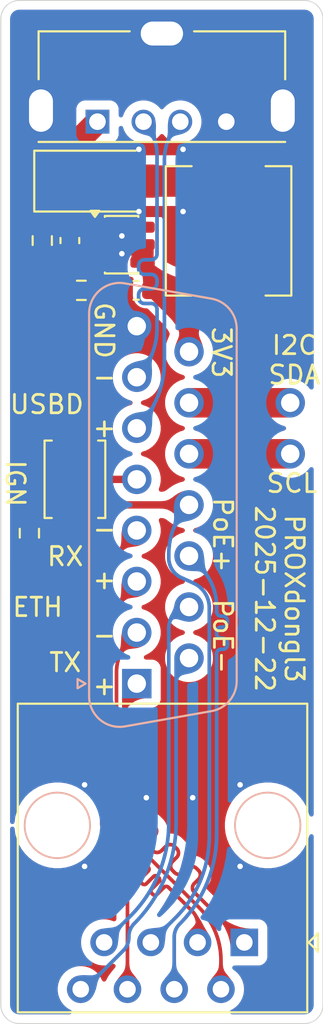
<source format=kicad_pcb>
(kicad_pcb
	(version 20241229)
	(generator "pcbnew")
	(generator_version "9.0")
	(general
		(thickness 1.6)
		(legacy_teardrops no)
	)
	(paper "A4")
	(layers
		(0 "F.Cu" signal)
		(2 "B.Cu" signal)
		(9 "F.Adhes" user "F.Adhesive")
		(11 "B.Adhes" user "B.Adhesive")
		(13 "F.Paste" user)
		(15 "B.Paste" user)
		(5 "F.SilkS" user "F.Silkscreen")
		(7 "B.SilkS" user "B.Silkscreen")
		(1 "F.Mask" user)
		(3 "B.Mask" user)
		(17 "Dwgs.User" user "User.Drawings")
		(19 "Cmts.User" user "User.Comments")
		(21 "Eco1.User" user "User.Eco1")
		(23 "Eco2.User" user "User.Eco2")
		(25 "Edge.Cuts" user)
		(27 "Margin" user)
		(31 "F.CrtYd" user "F.Courtyard")
		(29 "B.CrtYd" user "B.Courtyard")
		(35 "F.Fab" user)
		(33 "B.Fab" user)
		(39 "User.1" user)
		(41 "User.2" user)
		(43 "User.3" user)
		(45 "User.4" user)
	)
	(setup
		(pad_to_mask_clearance 0)
		(allow_soldermask_bridges_in_footprints no)
		(tenting front back)
		(pcbplotparams
			(layerselection 0x00000000_00000000_55555555_5755f5ff)
			(plot_on_all_layers_selection 0x00000000_00000000_00000000_00000000)
			(disableapertmacros no)
			(usegerberextensions yes)
			(usegerberattributes yes)
			(usegerberadvancedattributes yes)
			(creategerberjobfile yes)
			(dashed_line_dash_ratio 12.000000)
			(dashed_line_gap_ratio 3.000000)
			(svgprecision 4)
			(plotframeref no)
			(mode 1)
			(useauxorigin no)
			(hpglpennumber 1)
			(hpglpenspeed 20)
			(hpglpendiameter 15.000000)
			(pdf_front_fp_property_popups yes)
			(pdf_back_fp_property_popups yes)
			(pdf_metadata yes)
			(pdf_single_document no)
			(dxfpolygonmode yes)
			(dxfimperialunits yes)
			(dxfusepcbnewfont yes)
			(psnegative no)
			(psa4output no)
			(plot_black_and_white yes)
			(sketchpadsonfab no)
			(plotpadnumbers no)
			(hidednponfab no)
			(sketchdnponfab yes)
			(crossoutdnponfab yes)
			(subtractmaskfromsilk no)
			(outputformat 1)
			(mirror no)
			(drillshape 0)
			(scaleselection 1)
			(outputdirectory "out/")
		)
	)
	(net 0 "")
	(net 1 "/ETH_DC1+")
	(net 2 "/ETH_RX-")
	(net 3 "/ETH_TX+")
	(net 4 "/ETH_DC2+")
	(net 5 "/ETH_DC1-")
	(net 6 "/ETH_DC2-")
	(net 7 "/ETH_RX+")
	(net 8 "/ETH_TX-")
	(net 9 "/USB_D-")
	(net 10 "/USB_D+")
	(net 11 "+3V3")
	(net 12 "GND")
	(net 13 "+5V")
	(net 14 "Net-(D1-A)")
	(net 15 "Net-(U1-FB)")
	(net 16 "unconnected-(U1-NC-Pad6)")
	(net 17 "/I2C_SDA")
	(net 18 "/I2C_SCL")
	(net 19 "/IGNITION")
	(net 20 "Net-(SW1-A)")
	(footprint "Connector_USB:USB_A_Molex_105057_Vertical" (layer "F.Cu") (at 105.25 49.575))
	(footprint "Diode_SMD:D_SMA" (layer "F.Cu") (at 105.325 52.8))
	(footprint "Resistor_SMD:R_0603_1608Metric" (layer "F.Cu") (at 101.55 71.9 -90))
	(footprint "Package_TO_SOT_SMD:SOT-23-6" (layer "F.Cu") (at 106.5625 56.25))
	(footprint "Button_Switch_SMD:SW_SPST_TS-1088-xR020" (layer "F.Cu") (at 104.025 68.975 90))
	(footprint "Capacitor_SMD:C_0603_1608Metric" (layer "F.Cu") (at 103.75 56.025 -90))
	(footprint "Inductor_SMD:L_APV_APH0630" (layer "F.Cu") (at 112.375 55.5 90))
	(footprint "Resistor_SMD:R_0603_1608Metric" (layer "F.Cu") (at 104.375 58.725))
	(footprint "Resistor_SMD:R_0603_1608Metric" (layer "F.Cu") (at 102.25 56.025 -90))
	(footprint "Capacitor_SMD:C_0603_1608Metric" (layer "F.Cu") (at 107.35 58.725 180))
	(footprint (layer "F.Cu") (at 115.725 67.595))
	(footprint (layer "F.Cu") (at 115.725 64.825))
	(footprint "Connector_RJ:RJ45_OST_PJ012-8P8CX_Vertical" (layer "F.Cu") (at 113.23 94.1 180))
	(footprint "Connector_Dsub:DSUB-15_Socket_Vertical_P2.77x2.84mm" (layer "B.Cu") (at 107.385 80.06 -90))
	(gr_line
		(start 100 97.5)
		(end 100 44)
		(stroke
			(width 0.05)
			(type default)
		)
		(layer "Edge.Cuts")
		(uuid "0db6ce03-0979-466c-8d70-b73e485d4a8f")
	)
	(gr_line
		(start 117.5 44)
		(end 117.5 97.5)
		(stroke
			(width 0.05)
			(type default)
		)
		(layer "Edge.Cuts")
		(uuid "10be46f5-97dc-400b-ad24-0b8b87306653")
	)
	(gr_line
		(start 101 43)
		(end 116.5 43)
		(stroke
			(width 0.05)
			(type default)
		)
		(layer "Edge.Cuts")
		(uuid "413b3a9e-9bd9-4831-9365-cd63dbd28d7f")
	)
	(gr_arc
		(start 116.5 43)
		(mid 117.207107 43.292893)
		(end 117.5 44)
		(stroke
			(width 0.05)
			(type default)
		)
		(layer "Edge.Cuts")
		(uuid "52b734ef-74dd-43b6-888f-18443ecf54e3")
	)
	(gr_arc
		(start 101 98.5)
		(mid 100.292893 98.207107)
		(end 100 97.5)
		(stroke
			(width 0.05)
			(type default)
		)
		(layer "Edge.Cuts")
		(uuid "6a17951b-3130-4b4a-9fe8-2b07478bf2be")
	)
	(gr_line
		(start 116.5 98.5)
		(end 101 98.5)
		(stroke
			(width 0.05)
			(type default)
		)
		(layer "Edge.Cuts")
		(uuid "79c46bbb-04e4-4a4a-967a-27117ae08049")
	)
	(gr_arc
		(start 117.5 97.5)
		(mid 117.207107 98.207107)
		(end 116.5 98.5)
		(stroke
			(width 0.05)
			(type default)
		)
		(layer "Edge.Cuts")
		(uuid "dbd91a20-56fa-46cf-ba01-69e810d4c7e5")
	)
	(gr_arc
		(start 100 44)
		(mid 100.292893 43.292893)
		(end 101 43)
		(stroke
			(width 0.05)
			(type default)
		)
		(layer "Edge.Cuts")
		(uuid "f40b6dc1-c075-4afe-b6bc-38632a8e4915")
	)
	(gr_text "ETH"
		(at 102 76.5 0)
		(layer "F.SilkS")
		(uuid "049bffc6-81b2-43bb-a40c-9da8e459d2e1")
		(effects
			(font
				(size 1 1)
				(thickness 0.15)
			)
			(justify bottom)
		)
	)
	(gr_text "SCL"
		(at 115.825 69.775 0)
		(layer "F.SilkS")
		(uuid "0975c62e-7a83-4825-b14b-a15373d2df61")
		(effects
			(font
				(size 1 1)
				(thickness 0.15)
			)
			(justify bottom)
		)
	)
	(gr_text "+"
		(at 105.625 75 0)
		(layer "F.SilkS")
		(uuid "0b90a5b0-df5d-4501-b2f2-b67448d903bf")
		(effects
			(font
				(size 1 1)
				(thickness 0.15)
			)
			(justify bottom)
		)
	)
	(gr_text "TX"
		(at 103.5 79.5 0)
		(layer "F.SilkS")
		(uuid "1794d75d-514e-449d-9103-4763c94b122d")
		(effects
			(font
				(size 1 1)
				(thickness 0.15)
			)
			(justify bottom)
		)
	)
	(gr_text "-"
		(at 105.625 78 0)
		(layer "F.SilkS")
		(uuid "1df42f9d-6b34-4d56-ac24-44dc5206c04f")
		(effects
			(font
				(size 1 1)
				(thickness 0.15)
			)
			(justify bottom)
		)
	)
	(gr_text "+"
		(at 105.625 80.75 0)
		(layer "F.SilkS")
		(uuid "26fe9f4a-06b7-4719-b1a4-70101fcfed63")
		(effects
			(font
				(size 1 1)
				(thickness 0.15)
			)
			(justify bottom)
		)
	)
	(gr_text "I2C\nSDA"
		(at 115.95 63.9 0)
		(layer "F.SilkS")
		(uuid "3785b389-4a48-406f-bad7-7d0e6ca5a0d5")
		(effects
			(font
				(size 1 1)
				(thickness 0.15)
			)
			(justify bottom)
		)
	)
	(gr_text "3V3"
		(at 111.4 62.1 270)
		(layer "F.SilkS")
		(uuid "3ee0d8b8-3e57-41fc-b8b9-064870c61fbb")
		(effects
			(font
				(size 1 1)
				(thickness 0.15)
			)
			(justify bottom)
		)
	)
	(gr_text "-"
		(at 105.625 72.25 0)
		(layer "F.SilkS")
		(uuid "3f3f6247-261b-47e9-ac0a-2d4d11d96d03")
		(effects
			(font
				(size 1 1)
				(thickness 0.15)
			)
			(justify bottom)
		)
	)
	(gr_text "PoE+"
		(at 111.475 72 270)
		(layer "F.SilkS")
		(uuid "4819db5c-a7f2-4d5a-892b-093ce72a6ae9")
		(effects
			(font
				(size 1 1)
				(thickness 0.15)
			)
			(justify bottom)
		)
	)
	(gr_text "GND"
		(at 105.025 60.9 270)
		(layer "F.SilkS")
		(uuid "62408669-0d82-4b09-a3c6-e15998c50aa3")
		(effects
			(font
				(size 1 1)
				(thickness 0.15)
			)
			(justify bottom)
		)
	)
	(gr_text "-"
		(at 105.625 64 0)
		(layer "F.SilkS")
		(uuid "7860e24c-92e6-4578-bef4-82b88fcc73bf")
		(effects
			(font
				(size 1 1)
				(thickness 0.15)
			)
			(justify bottom)
		)
	)
	(gr_text "RX"
		(at 103.5 73.75 0)
		(layer "F.SilkS")
		(uuid "94adfeb0-c9ad-4a6b-98c9-e985685955c1")
		(effects
			(font
				(size 1 1)
				(thickness 0.15)
			)
			(justify bottom)
		)
	)
	(gr_text "IGN"
		(at 100.2 69.2 270)
		(layer "F.SilkS")
		(uuid "c8d87bec-a391-4205-b845-6b930131ddf5")
		(effects
			(font
				(size 1 1)
				(thickness 0.15)
			)
			(justify bottom)
		)
	)
	(gr_text "PROXdongl3\n2025-12-22"
		(at 113.75 75.45 270)
		(layer "F.SilkS")
		(uuid "ca6d681c-1b30-4157-b329-de577ee1e039")
		(effects
			(font
				(size 1 1)
				(thickness 0.15)
			)
			(justify bottom)
		)
	)
	(gr_text "USBD"
		(at 102.5 65.5 0)
		(layer "F.SilkS")
		(uuid "d627d361-55c1-4fb3-8c05-87f33695c61d")
		(effects
			(font
				(size 1 1)
				(thickness 0.15)
			)
			(justify bottom)
		)
	)
	(gr_text "PoE-"
		(at 111.475 77.5 270)
		(layer "F.SilkS")
		(uuid "df6d8cb3-b30e-4703-b7c0-d3a2843d2850")
		(effects
			(font
				(size 1 1)
				(thickness 0.15)
			)
			(justify bottom)
		)
	)
	(gr_text "+"
		(at 105.625 66.75 0)
		(layer "F.SilkS")
		(uuid "ec000367-5a59-4131-9be4-cd9c849520c3")
		(effects
			(font
				(size 1 1)
				(thickness 0.15)
			)
			(justify bottom)
		)
	)
	(segment
		(start 109.42 93.811314)
		(end 109.42 96.64)
		(width 0.2)
		(layer "B.Cu")
		(net 1)
		(uuid "1b3a16c5-83c5-4082-963a-24f4bce5b034")
	)
	(segment
		(start 111.727 78.438473)
		(end 111.727 78.558473)
		(width 0.2)
		(layer "B.Cu")
		(net 1)
		(uuid "297592fe-a272-44fc-9e77-42cb25950c25")
	)
	(segment
		(start 112.307 77.838473)
		(end 112.307 77.958473)
		(width 0.2)
		(layer "B.Cu")
		(net 1)
		(uuid "3605a777-fcb1-4949-9d2b-4fed50311136")
	)
	(segment
		(start 110.225 73.135)
		(end 110.837673 73.747673)
		(width 0.2)
		(layer "B.Cu")
		(net 1)
		(uuid "42abc40d-b88e-4359-b3e2-d2fd62bc3daf")
	)
	(segment
		(start 111.967 76.398473)
		(end 112.067 76.398473)
		(width 0.2)
		(layer "B.Cu")
		(net 1)
		(uuid "4b6e64f8-ddf2-4ad7-88b5-f979a45e1a53")
	)
	(segment
		(start 111.727 78.611757)
		(end 111.727 79.948824)
		(width 0.2)
		(layer "B.Cu")
		(net 1)
		(uuid "58c9926b-6326-42e7-9dc0-12c851049de2")
	)
	(segment
		(start 111.727 78.558473)
		(end 111.727 78.611757)
		(width 0.2)
		(layer "B.Cu")
		(net 1)
		(uuid "83f4b8a8-9871-4188-8e2f-293062ac7c8a")
	)
	(segment
		(start 112.307 76.638473)
		(end 112.307 76.758473)
		(width 0.2)
		(layer "B.Cu")
		(net 1)
		(uuid "989da18c-164e-4312-b765-d0763e0d36c9")
	)
	(segment
		(start 112.067 76.998473)
		(end 111.967 76.998473)
		(width 0.2)
		(layer "B.Cu")
		(net 1)
		(uuid "aba83d00-45b9-415e-8971-df563c611b99")
	)
	(segment
		(start 111.727 79.948824)
		(end 111.727 88.241834)
		(width 0.2)
		(layer "B.Cu")
		(net 1)
		(uuid "b4f4a6aa-0c07-400b-8acd-30687c0c6f72")
	)
	(segment
		(start 112.067 78.198473)
		(end 111.967 78.198473)
		(width 0.2)
		(layer "B.Cu")
		(net 1)
		(uuid "c29c28f6-4ec4-47de-af13-a0590522dd89")
	)
	(segment
		(start 111.727005 75.894771)
		(end 111.727 76.158473)
		(width 0.2)
		(layer "B.Cu")
		(net 1)
		(uuid "cca05b71-5b5f-4256-ab52-cb01e3d64242")
	)
	(segment
		(start 111.727 77.238473)
		(end 111.727 77.358473)
		(width 0.2)
		(layer "B.Cu")
		(net 1)
		(uuid "e8f35f1c-5947-4153-b041-9d5f8b5d5ced")
	)
	(segment
		(start 111.967 77.598473)
		(end 112.067 77.598473)
		(width 0.2)
		(layer "B.Cu")
		(net 1)
		(uuid "eca8d92f-de7c-4ff4-8620-6832795d65d8")
	)
	(arc
		(start 111.727 88.241834)
		(mid 111.203571 90.873289)
		(end 109.712893 93.104207)
		(width 0.2)
		(layer "B.Cu")
		(net 1)
		(uuid "3d729d30-f11a-449e-8f5f-d25a15500890")
	)
	(arc
		(start 111.727 77.358473)
		(mid 111.797294 77.528179)
		(end 111.967 77.598473)
		(width 0.2)
		(layer "B.Cu")
		(net 1)
		(uuid "4889e938-fd7e-45f7-a438-fd58a02665ad")
	)
	(arc
		(start 111.967 76.998473)
		(mid 111.797294 77.068767)
		(end 111.727 77.238473)
		(width 0.2)
		(layer "B.Cu")
		(net 1)
		(uuid "840bed66-a729-458a-bb79-41114e5b1fc5")
	)
	(arc
		(start 112.307 77.958473)
		(mid 112.236706 78.128179)
		(end 112.067 78.198473)
		(width 0.2)
		(layer "B.Cu")
		(net 1)
		(uuid "88017b7f-2ce8-4096-b5fa-7d43e157a07b")
	)
	(arc
		(start 112.307 76.758473)
		(mid 112.236706 76.928179)
		(end 112.067 76.998473)
		(width 0.2)
		(layer "B.Cu")
		(net 1)
		(uuid "9785c371-2f24-469e-8504-4a7247b09219")
	)
	(arc
		(start 111.727 76.158473)
		(mid 111.797294 76.328179)
		(end 111.967 76.398473)
		(width 0.2)
		(layer "B.Cu")
		(net 1)
		(uuid "a609964b-d264-4d9f-b12b-08cc4a699a63")
	)
	(arc
		(start 112.067 76.398473)
		(mid 112.236706 76.468767)
		(end 112.307 76.638473)
		(width 0.2)
		(layer "B.Cu")
		(net 1)
		(uuid "ac1d85bb-f59a-4dfc-941c-ef6392377f83")
	)
	(arc
		(start 109.712893 93.104207)
		(mid 109.49612 93.428631)
		(end 109.42 93.811314)
		(width 0.2)
		(layer "B.Cu")
		(net 1)
		(uuid "d6ee7632-5b2a-4cfb-b595-83b645ff3a0f")
	)
	(arc
		(start 110.837673 73.747673)
		(mid 111.495887 74.73277)
		(end 111.727005 75.894771)
		(width 0.2)
		(layer "B.Cu")
		(net 1)
		(uuid "d77a85b3-60db-4da9-b72d-3bba58386af8")
	)
	(arc
		(start 112.067 77.598473)
		(mid 112.236706 77.668767)
		(end 112.307 77.838473)
		(width 0.2)
		(layer "B.Cu")
		(net 1)
		(uuid "db339cf9-2624-410e-9cdf-a3c53cbe6b3f")
	)
	(arc
		(start 111.967 78.198473)
		(mid 111.797294 78.268767)
		(end 111.727 78.438473)
		(width 0.2)
		(layer "B.Cu")
		(net 1)
		(uuid "e60421ae-9944-4ba1-b5d8-dc864b2c1861")
	)
	(segment
		(start 106.88 96.64)
		(end 106.88 91.014127)
		(width 0.2)
		(layer "F.Cu")
		(net 2)
		(uuid "35e5ba2f-7fd0-48ff-93b1-eae833a0d61e")
	)
	(segment
		(start 105.482 87.639086)
		(end 105.482 76.344198)
		(width 0.2)
		(layer "F.Cu")
		(net 2)
		(uuid "60b35e78-4833-4263-92c3-97eb2a95da3d")
	)
	(arc
		(start 105.774893 88.346193)
		(mid 106.592798 89.570264)
		(end 106.88 91.014127)
		(width 0.2)
		(layer "F.Cu")
		(net 2)
		(uuid "19e1288e-cd7a-4cfe-953d-6947053902e2")
	)
	(arc
		(start 107.385 71.75)
		(mid 105.976563 73.857856)
		(end 105.482 76.344198)
		(width 0.2)
		(layer "F.Cu")
		(net 2)
		(uuid "9c5fc30d-d7ed-4b8a-bacb-26097bee2dee")
	)
	(arc
		(start 105.774893 88.346193)
		(mid 105.55812 88.02177)
		(end 105.482 87.639086)
		(width 0.2)
		(layer "F.Cu")
		(net 2)
		(uuid "d51b8968-c8e4-42c4-9a1a-bfffcced0d88")
	)
	(segment
		(start 106.685 80.76)
		(end 106.685 87.140786)
		(width 0.2)
		(layer "F.Cu")
		(net 3)
		(uuid "213cc9bc-96a1-4c17-8f5c-ccd93a116c65")
	)
	(segment
		(start 108.728115 89.12294)
		(end 108.960045 88.891007)
		(width 0.2)
		(layer "F.Cu")
		(net 3)
		(uuid "24ac8024-d204-4326-b00b-005f6abc51fc")
	)
	(segment
		(start 110.62316 90.078947)
		(end 110.741953 90.19774)
		(width 0.2)
		(layer "F.Cu")
		(net 3)
		(uuid "33be4c92-56f3-41eb-816b-15f32d9d77e2")
	)
	(segment
		(start 107.385 80.06)
		(end 106.685 80.76)
		(width 0.2)
		(layer "F.Cu")
		(net 3)
		(uuid "34c1f55e-d59e-4312-a4ac-b692196311fb")
	)
	(segment
		(start 110.741953 90.672916)
		(end 110.51002 90.904846)
		(width 0.2)
		(layer "F.Cu")
		(net 3)
		(uuid "5422b261-37a7-4aa3-8ee2-9fe0f509da50")
	)
	(segment
		(start 107.385 80.06)
		(end 106.977893 80.467107)
		(width 0.2)
		(layer "F.Cu")
		(net 3)
		(uuid "6c1f7510-deab-4342-9ffa-c055c23b178e")
	)
	(segment
		(start 107.540176 87.935001)
		(end 107.772106 87.703068)
		(width 0.2)
		(layer "F.Cu")
		(net 3)
		(uuid "84b38016-7cc8-4fa3-8b7d-a5b057c522ba")
	)
	(segment
		(start 109.554014 89.484977)
		(end 109.322081 89.716907)
		(width 0.2)
		(layer "F.Cu")
		(net 3)
		(uuid "9ac48fe6-f7b1-44c0-98a7-4e04da66844b")
	)
	(segment
		(start 109.916054 90.310879)
		(end 110.147984 90.078946)
		(width 0.2)
		(layer "F.Cu")
		(net 3)
		(uuid "a2574c8e-f60c-47dc-ba1e-fdeaf4826972")
	)
	(segment
		(start 110.628817 91.498817)
		(end 111.065 91.935)
		(width 0.2)
		(layer "F.Cu")
		(net 3)
		(uuid "ab11df4e-0c3b-49e5-b3ae-859f74f2b246")
	)
	(segment
		(start 109.435221 88.891008)
		(end 109.554014 89.009801)
		(width 0.2)
		(layer "F.Cu")
		(net 3)
		(uuid "b6312bb9-ecae-4f9e-96e4-326e5c0f01a1")
	)
	(segment
		(start 109.322082 90.192083)
		(end 109.440878 90.310878)
		(width 0.2)
		(layer "F.Cu")
		(net 3)
		(uuid "b73de118-aa28-480d-b46e-9d60e59735a8")
	)
	(segment
		(start 108.366075 88.297038)
		(end 108.134142 88.528968)
		(width 0.2)
		(layer "F.Cu")
		(net 3)
		(uuid "bca99180-b19e-4329-afac-060f59b785f4")
	)
	(segment
		(start 111.065 91.935)
		(end 113.23 94.1)
		(width 0.2)
		(layer "F.Cu")
		(net 3)
		(uuid "d2aaabad-c98a-45ae-96f4-1a8bd2222fa4")
	)
	(segment
		(start 108.247282 87.703069)
		(end 108.366075 87.821862)
		(width 0.2)
		(layer "F.Cu")
		(net 3)
		(uuid "dfb03752-e664-48a2-9d08-a7133c0f8063")
	)
	(segment
		(start 110.510021 91.380022)
		(end 110.628817 91.498817)
		(width 0.2)
		(layer "F.Cu")
		(net 3)
		(uuid "e06b253f-14fb-4dc8-9851-561d427c4427")
	)
	(segment
		(start 106.977893 87.847893)
		(end 107.065 87.935)
		(width 0.2)
		(layer "F.Cu")
		(net 3)
		(uuid "e20394a6-36ba-478e-8529-2641863adfaf")
	)
	(segment
		(start 108.134143 89.004144)
		(end 108.252939 89.122939)
		(width 0.2)
		(layer "F.Cu")
		(net 3)
		(uuid "e7e0aa8a-e407-46af-a998-0e98ace99086")
	)
	(arc
		(start 108.134142 88.528968)
		(mid 108.035731 88.766556)
		(end 108.134143 89.004144)
		(width 0.2)
		(layer "F.Cu")
		(net 3)
		(uuid "233b63ef-0432-464d-be60-e0fff5d13ac2")
	)
	(arc
		(start 110.51002 90.904846)
		(mid 110.411609 91.142434)
		(end 110.510021 91.380022)
		(width 0.2)
		(layer "F.Cu")
		(net 3)
		(uuid "3f33e3bc-9f81-4a07-86d5-c2781531a87b")
	)
	(arc
		(start 109.440878 90.310878)
		(mid 109.678467 90.40929)
		(end 109.916054 90.310879)
		(width 0.2)
		(layer "F.Cu")
		(net 3)
		(uuid "443a3d4a-6585-4196-a40e-7041425c4eac")
	)
	(arc
		(start 110.147984 90.078946)
		(mid 110.385572 89.980535)
		(end 110.62316 90.078947)
		(width 0.2)
		(layer "F.Cu")
		(net 3)
		(uuid "450e2d8f-0dd2-42b4-8f9f-39d4c2ccd201")
	)
	(arc
		(start 110.741953 90.19774)
		(mid 110.840365 90.435328)
		(end 110.741953 90.672916)
		(width 0.2)
		(layer "F.Cu")
		(net 3)
		(uuid "4e2764a4-0acf-4e47-855b-0e09e4b064ac")
	)
	(arc
		(start 107.065 87.935)
		(mid 107.302589 88.033412)
		(end 107.540176 87.935001)
		(width 0.2)
		(layer "F.Cu")
		(net 3)
		(uuid "617fa0de-ebb0-436c-8263-15595d60ef9c")
	)
	(arc
		(start 108.366075 87.821862)
		(mid 108.464487 88.05945)
		(end 108.366075 88.297038)
		(width 0.2)
		(layer "F.Cu")
		(net 3)
		(uuid "75f31041-05b3-4f77-bf21-c5469b3b3203")
	)
	(arc
		(start 108.252939 89.122939)
		(mid 108.490528 89.221351)
		(end 108.728115 89.12294)
		(width 0.2)
		(layer "F.Cu")
		(net 3)
		(uuid "8f790694-a398-4b1e-bb57-b582fb2543be")
	)
	(arc
		(start 107.772106 87.703068)
		(mid 108.009694 87.604657)
		(end 108.247282 87.703069)
		(width 0.2)
		(layer "F.Cu")
		(net 3)
		(uuid "a951adfe-5ee2-47da-a8db-acf76f9336c4")
	)
	(arc
		(start 109.554014 89.009801)
		(mid 109.652426 89.247389)
		(end 109.554014 89.484977)
		(width 0.2)
		(layer "F.Cu")
		(net 3)
		(uuid "cac28868-16bc-44b8-8510-56e0c858b8a5")
	)
	(arc
		(start 106.685 87.140786)
		(mid 106.76112 87.52347)
		(end 106.977893 87.847893)
		(width 0.2)
		(layer "F.Cu")
		(net 3)
		(uuid "d50a074b-b3dd-4558-8c40-85b226028dcd")
	)
	(arc
		(start 109.322081 89.716907)
		(mid 109.22367 89.954495)
		(end 109.322082 90.192083)
		(width 0.2)
		(layer "F.Cu")
		(net 3)
		(uuid "dc2f670d-15ea-4477-9882-6c8a74a5d2f3")
	)
	(arc
		(start 108.960045 88.891007)
		(mid 109.197633 88.792596)
		(end 109.435221 88.891008)
		(width 0.2)
		(layer "F.Cu")
		(net 3)
		(uuid "e16beaad-139b-4905-8a28-40e8a90511db")
	)
	(segment
		(start 105.542893 69.8)
		(end 102.982107 69.8)
		(width 0.4)
		(layer "F.Cu")
		(net 4)
		(uuid "0c3c200f-941a-48e3-b177-fd0eba1f3d9e")
	)
	(segment
		(start 102.628553 69.946447)
		(end 101.55 71.025)
		(width 0.4)
		(layer "F.Cu")
		(net 4)
		(uuid "465bcfb9-0c54-40b6-88e6-c14d98654a33")
	)
	(segment
		(start 110.225 70.365)
		(end 106.522107 70.365)
		(width 0.4)
		(layer "F.Cu")
		(net 4)
		(uuid "76d902f9-3dee-4aac-a108-fbe2423369a6")
	)
	(segment
		(start 106.168553 70.218553)
		(end 105.896446 69.946446)
		(width 0.4)
		(layer "F.Cu")
		(net 4)
		(uuid "8799d200-d841-4b91-9dc4-0ef8654793c4")
	)
	(segment
		(start 101.55 71.025)
		(end 101.55 71.075)
		(width 0.4)
		(layer "F.Cu")
		(net 4)
		(uuid "f7ea3f5d-3a0b-4d79-8a52-0b29ecc742cb")
	)
	(arc
		(start 106.168553 70.218553)
		(mid 106.330765 70.32694)
		(end 106.522107 70.365)
		(width 0.4)
		(layer "F.Cu")
		(net 4)
		(uuid "393095a4-492c-4d92-a021-f82437352299")
	)
	(arc
		(start 105.896446 69.946446)
		(mid 105.734234 69.83806)
		(end 105.542893 69.8)
		(width 0.4)
		(layer "F.Cu")
		(net 4)
		(uuid "4d0f6bf7-549c-4510-860a-79df74811c87")
	)
	(arc
		(start 102.982107 69.8)
		(mid 102.790765 69.83806)
		(end 102.628553 69.946447)
		(width 0.4)
		(layer "F.Cu")
		(net 4)
		(uuid "ac793148-49d8-46ee-ac3b-4a2374f465f4")
	)
	(segment
		(start 111.326 75.937102)
		(end 111.326 88.341275)
		(width 0.2)
		(layer "B.Cu")
		(net 4)
		(uuid "2e521ab4-1c9c-4f82-8744-e8f74b45f502")
	)
	(segment
		(start 109.4997 92.750316)
		(end 108.15 94.1)
		(width 0.2)
		(layer "B.Cu")
		(net 4)
		(uuid "50323dfe-b2cd-4ed8-8839-87d366f75576")
	)
	(segment
		(start 109.123999 73.094481)
		(end 109.123997 73.24715)
		(width 0.2)
		(layer "B.Cu")
		(net 4)
		(uuid "573d0532-267c-4c64-81f2-82efa49f1e11")
	)
	(segment
		(start 109.124 73.050762)
		(end 109.123999 73.094481)
		(width 0.2)
		(layer "B.Cu")
		(net 4)
		(uuid "83aac324-fece-4496-8203-5c602cf4d72f")
	)
	(segment
		(start 109.124 73.022931)
		(end 109.124 73.050762)
		(width 0.2)
		(layer "B.Cu")
		(net 4)
		(uuid "b55e6cf2-afd1-4de7-8e61-c1b98395f5a3")
	)
	(segment
		(start 109.80946 74.311291)
		(end 110.472761 74.612516)
		(width 0.2)
		(layer "B.Cu")
		(net 4)
		(uuid "e3ce3b94-346f-4702-a787-4bad6a18c179")
	)
	(arc
		(start 109.123997 73.24715)
		(mid 109.310191 73.880054)
		(end 109.80946 74.311291)
		(width 0.2)
		(layer "B.Cu")
		(net 4)
		(uuid "29764fa2-a997-4704-9206-466832b26de4")
	)
	(arc
		(start 110.225 70.365)
		(mid 109.410133 71.584481)
		(end 109.124 73.022931)
		(width 0.2)
		(layer "B.Cu")
		(net 4)
		(uuid "524331c2-a955-4a25-93ad-45d61e2ba38d")
	)
	(arc
		(start 111.326 88.341275)
		(mid 110.85136 90.727434)
		(end 109.4997 92.750316)
		(width 0.2)
		(layer "B.Cu")
		(net 4)
		(uuid "95ff44f7-af53-4de6-a56f-ea9300a9a3de")
	)
	(arc
		(start 111.326 75.937102)
		(mid 111.094227 75.149297)
		(end 110.472761 74.612516)
		(width 0.2)
		(layer "B.Cu")
		(net 4)
		(uuid "e8685c65-5f2e-4be2-a160-a7a6580df01f")
	)
	(segment
		(start 109.416893 76.333107)
		(end 109.845 75.905)
		(width 0.2)
		(layer "B.Cu")
		(net 5)
		(uuid "19de6717-dd66-4f55-9b1f-ed5f070abbb0")
	)
	(segment
		(start 109.124 87.641773)
		(end 109.124 77.040214)
		(width 0.2)
		(layer "B.Cu")
		(net 5)
		(uuid "7ef2c0a7-1daf-4709-ba47-40c201c5c4ee")
	)
	(segment
		(start 109.845 75.905)
		(end 110.225 75.905)
		(width 0.2)
		(layer "B.Cu")
		(net 5)
		(uuid "7ff693eb-e5e6-4b1c-9b05-4bb976a10db3")
	)
	(segment
		(start 105.61 94.1)
		(end 107.042033 92.668001)
		(width 0.2)
		(layer "B.Cu")
		(net 5)
		(uuid "947dcb75-2a58-4d01-91e3-4a251669c49b")
	)
	(segment
		(start 105.61 94.1)
		(end 105.5 93.99)
		(width 0.2)
		(layer "B.Cu")
		(net 5)
		(uuid "ee570994-3e94-4237-bd5c-cfcc1aedb572")
	)
	(arc
		(start 107.042033 92.668001)
		(mid 108.582913 90.361955)
		(end 109.124 87.641773)
		(width 0.2)
		(layer "B.Cu")
		(net 5)
		(uuid "9367f155-3e0b-4ef1-95e0-d75e8f9bf54c")
	)
	(arc
		(start 109.416893 76.333107)
		(mid 109.20012 76.65753)
		(end 109.124 77.040214)
		(width 0.2)
		(layer "B.Cu")
		(net 5)
		(uuid "ac278524-a01d-4232-8144-d0e3b99e6d94")
	)
	(segment
		(start 106.953893 93.828232)
		(end 106.953893 93.785982)
		(width 0.2)
		(layer "B.Cu")
		(net 6)
		(uuid "6010f089-3123-43db-a364-fbc262c45f34")
	)
	(segment
		(start 109.525 87.578835)
		(end 109.525 79.789214)
		(width 0.2)
		(layer "B.Cu")
		(net 6)
		(uuid "7e9e76bf-d0c5-4b76-b851-d7129937c28e")
	)
	(segment
		(start 104.556339 96.64)
		(end 106.661 94.535339)
		(width 0.2)
		(layer "B.Cu")
		(net 6)
		(uuid "95ee3c68-50d0-449d-b1c1-bdd40f4b71cc")
	)
	(segment
		(start 104.34 96.64)
		(end 104.556339 96.64)
		(width 0.2)
		(layer "B.Cu")
		(net 6)
		(uuid "b41c45bb-3840-4329-873b-0826724ca19c")
	)
	(segment
		(start 109.817893 79.082107)
		(end 110.225 78.675)
		(width 0.2)
		(layer "B.Cu")
		(net 6)
		(uuid "ee68e164-ca41-4506-92ea-0620134d969e")
	)
	(arc
		(start 109.525 79.789214)
		(mid 109.60112 79.406531)
		(end 109.817893 79.082107)
		(width 0.2)
		(layer "B.Cu")
		(net 6)
		(uuid "601c0325-34fd-4107-8982-98e1646ff6bb")
	)
	(arc
		(start 106.953893 93.785982)
		(mid 107.030013 93.403299)
		(end 107.246786 93.078875)
		(width 0.2)
		(layer "B.Cu")
		(net 6)
		(uuid "6cbdcb56-97f5-4eb9-bec7-9c4b1ad8ab0a")
	)
	(arc
		(start 106.661 94.535339)
		(mid 106.877773 94.210916)
		(end 106.953893 93.828232)
		(width 0.2)
		(layer "B.Cu")
		(net 6)
		(uuid "cdf8a814-f6e8-4848-b587-18abdfccfa59")
	)
	(arc
		(start 107.246786 93.078875)
		(mid 108.932921 90.555415)
		(end 109.525 87.578835)
		(width 0.2)
		(layer "B.Cu")
		(net 6)
		(uuid "eb7a141a-7c25-4cc6-b7e6-d884c399ce57")
	)
	(segment
		(start 109.162381 91.166581)
		(end 109.3279 91.3321)
		(width 0.2)
		(layer "F.Cu")
		(net 7)
		(uuid "15b411c7-ffbd-4ead-bf58-f9f9c6b35cb2")
	)
	(segment
		(start 109.104397 91.108597)
		(end 109.162381 91.166581)
		(width 0.2)
		(layer "F.Cu")
		(net 7)
		(uuid "2762318f-2d42-4a0d-9577-aa34abcf0d1c")
	)
	(segment
		(start 108.002727 90.238858)
		(end 107.619475 90.622109)
		(width 0.2)
		(layer "F.Cu")
		(net 7)
		(uuid "287071ee-1ee2-499c-a9ce-f8ecf42d3b0b")
	)
	(segment
		(start 107.4229 89.659031)
		(end 107.216424 89.865506)
		(width 0.2)
		(layer "F.Cu")
		(net 7)
		(uuid "29a7ed2f-8e4f-4cb7-82c9-1b82aa07d29c")
	)
	(segment
		(start 108.199302 91.433867)
		(end 108.257284 91.491849)
		(width 0.2)
		(layer "F.Cu")
		(net 7)
		(uuid "2bc0a353-443d-4045-92f7-8008b44d6876")
	)
	(segment
		(start 107.216424 90.097437)
		(end 107.274406 90.155419)
		(width 0.2)
		(layer "F.Cu")
		(net 7)
		(uuid "3bd8a843-541f-49a2-80ce-54e5adec7582")
	)
	(segment
		(start 109.3279 91.3321)
		(end 110.281037 92.285237)
		(width 0.2)
		(layer "F.Cu")
		(net 7)
		(uuid "3ff0c178-d559-4453-b347-324ac0c71169")
	)
	(segment
		(start 110.281037 92.285237)
		(end 110.397107 92.401307)
		(width 0.2)
		(layer "F.Cu")
		(net 7)
		(uuid "870a4c3e-3467-4d7d-899e-2fa5d5e145dc")
	)
	(segment
		(start 107.944743 89.948943)
		(end 108.002727 90.006927)
		(width 0.2)
		(layer "F.Cu")
		(net 7)
		(uuid "9c62ffd7-2d59-4831-8a10-0b34bb66b7f3")
	)
	(segment
		(start 107.506337 90.155419)
		(end 107.712812 89.948943)
		(width 0.2)
		(layer "F.Cu")
		(net 7)
		(uuid "a5c6f3b1-9b78-483d-a59a-da4a82b89d2b")
	)
	(segment
		(start 107.909388 90.912022)
		(end 108.292639 90.52877)
		(width 0.2)
		(layer "F.Cu")
		(net 7)
		(uuid "a8239e8f-f4ad-4bcd-a685-40b24630076d")
	)
	(segment
		(start 108.582554 90.818685)
		(end 108.199302 91.201936)
		(width 0.2)
		(layer "F.Cu")
		(net 7)
		(uuid "ae2a428f-6241-4267-938d-dc7b1785dbab")
	)
	(segment
		(start 107.619475 90.85404)
		(end 107.677457 90.912022)
		(width 0.2)
		(layer "F.Cu")
		(net 7)
		(uuid "bd542de6-00d6-4569-a8a8-7b814e5434c0")
	)
	(segment
		(start 105.883 78.146129)
		(end 105.883 87.472986)
		(width 0.2)
		(layer "F.Cu")
		(net 7)
		(uuid "bdcc6913-de0c-47e8-80af-b18b6df31a33")
	)
	(segment
		(start 108.52457 90.52877)
		(end 108.582554 90.586754)
		(width 0.2)
		(layer "F.Cu")
		(net 7)
		(uuid "cbb60cd9-50b4-4299-b5a3-262396cc7801")
	)
	(segment
		(start 106.175893 88.180093)
		(end 107.4229 89.4271)
		(width 0.2)
		(layer "F.Cu")
		(net 7)
		(uuid "dc2eb85c-2011-497b-9c1a-e9375e89c281")
	)
	(segment
		(start 108.489215 91.491849)
		(end 108.872466 91.108597)
		(width 0.2)
		(layer "F.Cu")
		(net 7)
		(uuid "f106b01f-947e-4b6d-b921-7b6d67ddc96c")
	)
	(segment
		(start 110.69 93.108414)
		(end 110.69 94.1)
		(width 0.2)
		(layer "F.Cu")
		(net 7)
		(uuid "fadf9c9d-be21-45c6-bd28-ba31471b182e")
	)
	(arc
		(start 107.677457 90.912022)
		(mid 107.793423 90.960056)
		(end 107.909388 90.912022)
		(width 0.2)
		(layer "F.Cu")
		(net 7)
		(uuid "0044d40f-1336-4018-897f-f767c31ef9ee")
	)
	(arc
		(start 110.397107 92.401307)
		(mid 110.61388 92.725731)
		(end 110.69 93.108414)
		(width 0.2)
		(layer "F.Cu")
		(net 7)
		(uuid "08a9e97a-790d-4c1c-9c02-8911175f24f6")
	)
	(arc
		(start 105.883 87.472986)
		(mid 105.95912 87.855669)
		(end 106.175893 88.180093)
		(width 0.2)
		(layer "F.Cu")
		(net 7)
		(uuid "132eb2b6-7af8-45e0-ad5e-0a1ba96503ff")
	)
	(arc
		(start 108.199302 91.201936)
		(mid 108.151268 91.317901)
		(end 108.199302 91.433867)
		(width 0.2)
		(layer "F.Cu")
		(net 7)
		(uuid "2908833b-4ba6-4279-91a0-8e3768d41ad8")
	)
	(arc
		(start 107.4229 89.4271)
		(mid 107.470934 89.543066)
		(end 107.4229 89.659031)
		(width 0.2)
		(layer "F.Cu")
		(net 7)
		(uuid "3d1a5c3b-9c1c-4ff9-b509-0cd7ba345534")
	)
	(arc
		(start 108.002727 90.006927)
		(mid 108.050761 90.122893)
		(end 108.002727 90.238858)
		(width 0.2)
		(layer "F.Cu")
		(net 7)
		(uuid "43d0c6e6-db7b-45ce-b80a-75e47fc99d11")
	)
	(arc
		(start 107.619475 90.622109)
		(mid 107.571441 90.738074)
		(end 107.619475 90.85404)
		(width 0.2)
		(layer "F.Cu")
		(net 7)
		(uuid "450ede13-fc08-433a-a879-90ba3cb3c275")
	)
	(arc
		(start 107.712812 89.948943)
		(mid 107.828777 89.900909)
		(end 107.944743 89.948943)
		(width 0.2)
		(layer "F.Cu")
		(net 7)
		(uuid "559183c8-82a1-498e-9f0c-0c279546951a")
	)
	(arc
		(start 108.292639 90.52877)
		(mid 108.408604 90.480736)
		(end 108.52457 90.52877)
		(width 0.2)
		(layer "F.Cu")
		(net 7)
		(uuid "6c24ef7f-7479-488d-81ee-eaa183b09299")
	)
	(arc
		(start 108.582554 90.586754)
		(mid 108.630588 90.70272)
		(end 108.582554 90.818685)
		(width 0.2)
		(layer "F.Cu")
		(net 7)
		(uuid "a09cebd6-3518-47f7-8983-a19fb2e66433")
	)
	(arc
		(start 107.274406 90.155419)
		(mid 107.390372 90.203453)
		(end 107.506337 90.155419)
		(width 0.2)
		(layer "F.Cu")
		(net 7)
		(uuid "a2dcb139-68dc-48c9-8390-fa2135db1e40")
	)
	(arc
		(start 107.216424 89.865506)
		(mid 107.16839 89.981471)
		(end 107.216424 90.097437)
		(width 0.2)
		(layer "F.Cu")
		(net 7)
		(uuid "ad7c87b6-7075-4132-a3b8-14a1b031aa08")
	)
	(arc
		(start 107.385 74.52)
		(mid 106.273353 76.18369)
		(end 105.883 78.146129)
		(width 0.2)
		(layer "F.Cu")
		(net 7)
		(uuid "b7972300-392c-4a71-beb6-4c9b3c4b1973")
	)
	(arc
		(start 108.872466 91.108597)
		(mid 108.988431 91.060563)
		(end 109.104397 91.108597)
		(width 0.2)
		(layer "F.Cu")
		(net 7)
		(uuid "ea0192bc-0949-40f4-aa03-732e56c585c8")
	)
	(arc
		(start 108.257284 91.491849)
		(mid 108.37325 91.539883)
		(end 108.489215 91.491849)
		(width 0.2)
		(layer "F.Cu")
		(net 7)
		(uuid "ffa78e4a-9ea6-435a-ba81-a0d93d71d9c7")
	)
	(segment
		(start 111.96 96.64)
		(end 111.96 95.064265)
		(width 0.2)
		(layer "F.Cu")
		(net 8)
		(uuid "1e072b2f-a021-4d03-b679-d9ccb33c45ac")
	)
	(segment
		(start 110.781137 92.218237)
		(end 106.576893 88.013993)
		(width 0.2)
		(layer "F.Cu")
		(net 8)
		(uuid "2ced86cf-7653-41f5-805b-b58d44cbf522")
	)
	(segment
		(start 107.037789 77.637211)
		(end 107.385 77.29)
		(width 0.2)
		(layer "F.Cu")
		(net 8)
		(uuid "54d048d0-6021-4565-a7d5-639d167c4ae7")
	)
	(segment
		(start 106.284 87.306886)
		(end 106.284 79.457019)
		(width 0.2)
		(layer "F.Cu")
		(net 8)
		(uuid "712ae5f0-9554-4cfe-b6b0-42cb67fcdea8")
	)
	(arc
		(start 106.576893 88.013993)
		(mid 106.36012 87.68957)
		(end 106.284 87.306886)
		(width 0.2)
		(layer "F.Cu")
		(net 8)
		(uuid "0907e4d0-264d-4934-9588-116a623b2293")
	)
	(arc
		(start 107.037789 77.637211)
		(mid 106.479903 78.472146)
		(end 106.284 79.457019)
		(width 0.2)
		(layer "F.Cu")
		(net 8)
		(uuid "6fbe9976-3140-4f1f-b030-d3810ef537c8")
	)
	(arc
		(start 111.96 95.064265)
		(mid 111.653623 93.524006)
		(end 110.781137 92.218237)
		(width 0.2)
		(layer "F.Cu")
		(net 8)
		(uuid "c8e3aab4-fd21-4b27-8658-33ac568c0160")
	)
	(segment
		(start 108.486 51.351842)
		(end 108.486 51.796628)
		(width 0.2)
		(layer "B.Cu")
		(net 9)
		(uuid "022229e0-ef6b-4471-a7ff-86bdbebb8f62")
	)
	(segment
		(start 108.486 51.796628)
		(end 108.486 56.752191)
		(width 0.2)
		(layer "B.Cu")
		(net 9)
		(uuid "05cceade-a274-414f-8bf2-59eb1124b987")
	)
	(segment
		(start 108.486 60.741494)
		(end 108.486 60.781945)
		(width 0.2)
		(layer "B.Cu")
		(net 9)
		(uuid "10557358-4856-4ab5-ae04-97387702dcab")
	)
	(segment
		(start 108.486 60.451494)
		(end 108.486 60.741494)
		(width 0.2)
		(layer "B.Cu")
		(net 9)
		(uuid "14a6e22d-c347-4fc1-8b3e-f53f9be841cf")
	)
	(segment
		(start 107.802 59.438191)
		(end 108.17 59.438191)
		(width 0.2)
		(layer "B.Cu")
		(net 9)
		(uuid "2476beab-af21-4edd-993c-b2bfa6a05dae")
	)
	(segment
		(start 108.486 59.754191)
		(end 108.486 59.912191)
		(width 0.2)
		(layer "B.Cu")
		(net 9)
		(uuid "408dca81-1860-47b8-81f9-4adeff4512c8")
	)
	(segment
		(start 108.486 59.912191)
		(end 108.486 60.451494)
		(width 0.2)
		(layer "B.Cu")
		(net 9)
		(uuid "4c1fca2c-7319-40d3-ab82-cd99bcce3436")
	)
	(segment
		(start 107.486 57.384191)
		(end 107.486 57.542191)
		(width 0.2)
		(layer "B.Cu")
		(net 9)
		(uuid "700aad17-d708-4588-8db6-1688d2fab2ac")
	)
	(segment
		(start 108.17 58.648191)
		(end 107.802 58.648191)
		(width 0.2)
		(layer "B.Cu")
		(net 9)
		(uuid "84a83b14-4ce5-49b5-9a67-78eb7ffc7df3")
	)
	(segment
		(start 108.17 57.068191)
		(end 107.802 57.068191)
		(width 0.2)
		(layer "B.Cu")
		(net 9)
		(uuid "927ed8b6-8f78-4bd4-9706-697d355de0a1")
	)
	(segment
		(start 107.802 57.858191)
		(end 108.17 57.858191)
		(width 0.2)
		(layer "B.Cu")
		(net 9)
		(uuid "98fd1a51-6f36-459e-87c9-e3b59824143e")
	)
	(segment
		(start 108.486 58.174191)
		(end 108.486 58.332191)
		(width 0.2)
		(layer "B.Cu")
		(net 9)
		(uuid "bc84b526-1150-401d-9fe4-6b77ceaaf9ee")
	)
	(segment
		(start 107.486 58.964191)
		(end 107.486 59.122191)
		(width 0.2)
		(layer "B.Cu")
		(net 9)
		(uuid "e486bcad-5971-4c54-9f6f-fc3cf2dabbe6")
	)
	(arc
		(start 107.486 57.542191)
		(mid 107.578554 57.765637)
		(end 107.802 57.858191)
		(width 0.2)
		(layer "B.Cu")
		(net 9)
		(uuid "280d5bb5-4950-4afe-a3ed-a8864f2297e4")
	)
	(arc
		(start 107.802 58.648191)
		(mid 107.578554 58.740745)
		(end 107.486 58.964191)
		(width 0.2)
		(layer "B.Cu")
		(net 9)
		(uuid "2de487c8-fb55-48d5-bc7e-ec52e6391cd6")
	)
	(arc
		(start 108.17 59.438191)
		(mid 108.393446 59.530745)
		(end 108.486 59.754191)
		(width 0.2)
		(layer "B.Cu")
		(net 9)
		(uuid "310b9eb1-f40c-464c-803e-07fcd671bbd2")
	)
	(arc
		(start 107.802 57.068191)
		(mid 107.578554 57.160745)
		(end 107.486 57.384191)
		(width 0.2)
		(layer "B.Cu")
		(net 9)
		(uuid "4ed03029-a14b-4556-b297-c4721f03f8ae")
	)
	(arc
		(start 107.486 59.122191)
		(mid 107.578554 59.345637)
		(end 107.802 59.438191)
		(width 0.2)
		(layer "B.Cu")
		(net 9)
		(uuid "8c9d0890-f225-44dd-b647-dc5606e56a90")
	)
	(arc
		(start 108.486 56.752191)
		(mid 108.393446 56.975637)
		(end 108.17 57.068191)
		(width 0.2)
		(layer "B.Cu")
		(net 9)
		(uuid "c20b928b-6a80-4e7d-b9f0-dc690c64e669")
	)
	(arc
		(start 108.486 58.332191)
		(mid 108.393446 58.555637)
		(end 108.17 58.648191)
		(width 0.2)
		(layer "B.Cu")
		(net 9)
		(uuid "cc45073d-188f-442c-ac23-d06d8c53fecb")
	)
	(arc
		(start 108.17 57.858191)
		(mid 108.393446 57.950745)
		(end 108.486 58.174191)
		(width 0.2)
		(layer "B.Cu")
		(net 9)
		(uuid "dd19b0d6-1a0e-42c1-a89c-7a4a8e7da597")
	)
	(arc
		(start 108.486 60.781945)
		(mid 108.199858 62.220476)
		(end 107.385 63.44)
		(width 0.2)
		(layer "B.Cu")
		(net 9)
		(uuid "f33cfceb-e09f-45eb-b11a-bab4a8b100c3")
	)
	(arc
		(start 107.75 49.575)
		(mid 108.294723 50.390229)
		(end 108.486 51.351842)
		(width 0.2)
		(layer "B.Cu")
		(net 9)
		(uuid "f3bf2c74-4ab3-4a73-b73e-f22aebb82efc")
	)
	(segment
		(start 108.887 51.658474)
		(end 108.887 62.583871)
		(width 0.2)
		(layer "B.Cu")
		(net 10)
		(uuid "bda663fa-58e7-44bf-954b-314e59c1a180")
	)
	(arc
		(start 109.75 49.575)
		(mid 109.111288 50.530903)
		(end 108.887 51.658474)
		(width 0.2)
		(layer "B.Cu")
		(net 10)
		(uuid "4ff6a839-319f-4996-91ee-d45cb3613d47")
	)
	(arc
		(start 107.385 66.21)
		(mid 108.496646 64.546311)
		(end 108.887 62.583871)
		(width 0.2)
		(layer "B.Cu")
		(net 10)
		(uuid "8655bb6f-9eb8-44d4-8c09-6e0886ab5343")
	)
	(segment
		(start 110.225 62.055)
		(end 110.225 61.939214)
		(width 0.6)
		(layer "F.Cu")
		(net 11)
		(uuid "170c2a41-6f92-4a19-84ec-18ec923a2f8a")
	)
	(segment
		(start 107.7 56.25)
		(end 107.7 57.2)
		(width 0.6)
		(layer "F.Cu")
		(net 11)
		(uuid "2492e7e2-fe6f-4215-b9b8-165433f621da")
	)
	(segment
		(start 108.125 58.725)
		(end 108.125 58.225905)
		(width 0.6)
		(layer "F.Cu")
		(net 11)
		(uuid "33d1a2ea-c14c-43f7-9fba-887cd23adffb")
	)
	(segment
		(start 108.125 58.725)
		(end 109.355262 59.955262)
		(width 0.6)
		(layer "F.Cu")
		(net 11)
		(uuid "571dcac4-9f88-4435-9818-45e38f56c842")
	)
	(segment
		(start 111.200775 59.699225)
		(end 112.375 58.525)
		(width 0.6)
		(layer "F.Cu")
		(net 11)
		(uuid "6b80050f-859e-4fec-82a6-74f2854d2033")
	)
	(segment
		(start 108.0008 56.250599)
		(end 108.0008 57.200599)
		(width 0.6)
		(layer "F.Cu")
		(net 11)
		(uuid "8f07fb61-73d2-42d5-bef1-6e430c1d4e87")
	)
	(segment
		(start 107.39292 56.250599)
		(end 107.39292 57.200599)
		(width 0.6)
		(layer "F.Cu")
		(net 11)
		(uuid "f313e5ec-cc3b-4525-92f0-23a5eb790b50")
	)
	(segment
		(start 112.375 58.525)
		(end 110.898711 58.525)
		(width 0.6)
		(layer "F.Cu")
		(net 11)
		(uuid "f7ce4b53-9eda-4613-b900-b995329cbce1")
	)
	(arc
		(start 107.7 57.2)
		(mid 108.01457 57.670741)
		(end 108.125 58.225905)
		(width 0.8)
		(layer "F.Cu")
		(net 11)
		(uuid "88cba9be-06f0-4804-b57a-ad465b808e54")
	)
	(arc
		(start 110.225 62.055)
		(mid 110.478596 60.780044)
		(end 111.200775 59.699225)
		(width 0.6)
		(layer "F.Cu")
		(net 11)
		(uuid "8d1e7f45-e56b-4218-b696-359d90968eb4")
	)
	(arc
		(start 107.7 57.2)
		(mid 109.167628 58.180667)
		(end 110.898711 58.525)
		(width 0.6)
		(layer "F.Cu")
		(net 11)
		(uuid "a2bb79dc-49e8-4a84-8ad0-4e74fb6bef38")
	)
	(arc
		(start 110.225 62.055)
		(mid 109.998963 60.918626)
		(end 109.355262 59.955262)
		(width 0.6)
		(layer "F.Cu")
		(net 11)
		(uuid "ba1a86ae-af18-4c90-ba12-2cd130b5f500")
	)
	(segment
		(start 106.067107 45.087893)
		(end 102.18 48.975)
		(width 0.4)
		(layer "F.Cu")
		(net 12)
		(uuid "0c33beac-12bb-445d-a783-1004852db0d5")
	)
	(segment
		(start 108.75 44.795)
		(end 110.725786 44.795)
		(width 0.4)
		(layer "F.Cu")
		(net 12)
		(uuid "0d073ff7-1f92-4185-8570-d1c6bc823cd7")
	)
	(segment
		(start 106.575 55.775)
		(end 106.575 55.115507)
		(width 0.5)
		(layer "F.Cu")
		(net 12)
		(uuid "1b29288a-18e3-4152-adf3-503a89f120b8")
	)
	(segment
		(start 108.75 44.795)
		(end 106.774214 44.795)
		(width 0.4)
		(layer "F.Cu")
		(net 12)
		(uuid "21a4a2c9-b853-46ee-af2f-c2201bc6d97e")
	)
	(segment
		(start 105.428345 56.25)
		(end 105.425 56.25)
		(width 0.5)
		(layer "F.Cu")
		(net 12)
		(uuid "464595cd-b78e-429a-97ab-21bffa4ebcfb")
	)
	(segment
		(start 107.5 51.075)
		(end 109.9 51.075)
		(width 0.6)
		(layer "F.Cu")
		(net 12)
		(uuid "47031d27-f677-4c70-b514-514ffae23bb7")
	)
	(segment
		(start 107.5 54.45)
		(end 109.9 54.45)
		(width 0.6)
		(layer "F.Cu")
		(net 12)
		(uuid "65de9893-5578-4fb2-98b6-b7dbdfacf595")
	)
	(segment
		(start 106.721447 54.761953)
		(end 106.886954 54.596446)
		(width 0.5)
		(layer "F.Cu")
		(net 12)
		(uuid "676d1e6f-4a68-467a-9481-a005ad06e796")
	)
	(segment
		(start 106.575 55.775)
		(end 106.575 56.737501)
		(width 0.5)
		(layer "F.Cu")
		(net 12)
		(uuid "69376a2b-c0ad-43c5-824e-631527d14036")
	)
	(segment
		(start 114.72 49.575)
		(end 115.32 48.975)
		(width 0.4)
		(layer "F.Cu")
		(net 12)
		(uuid "8556cc7d-a651-4238-b822-cbc3ed084b25")
	)
	(segment
		(start 107.377565 60.662565)
		(end 107.385 60.67)
		(width 0.5)
		(layer "F.Cu")
		(net 12)
		(uuid "8713ff0f-17aa-455e-acb6-80cd1531a3fa")
	)
	(segment
		(start 105.2 58.725)
		(end 106.575 58.725)
		(width 0.5)
		(layer "F.Cu")
		(net 12)
		(uuid "aa35fed9-e246-4677-b0c9-86d687d6b526")
	)
	(segment
		(start 107.379675 60.864675)
		(end 107.385 60.87)
		(width 0.2)
		(layer "F.Cu")
		(net 12)
		(uuid "b301174a-6c44-4f14-80a8-f66375b7bcf4")
	)
	(segment
		(start 106.575 58.725)
		(end 106.575 56.737501)
		(width 0.5)
		(layer "F.Cu")
		(net 12)
		(uuid "d2222aea-3d7c-425b-a3a4-bcceb79392bd")
	)
	(segment
		(start 106.575 56.737501)
		(end 106.555922 56.718423)
		(width 0.5)
		(layer "F.Cu")
		(net 12)
		(uuid "de14852f-f881-4696-9fe7-3d60d4bb105d")
	)
	(segment
		(start 105.425 56.25)
		(end 105.077778 56.25)
		(width 0.6)
		(layer "F.Cu")
		(net 12)
		(uuid "de38eb4e-bebd-4316-a004-e66dc24d02ab")
	)
	(segment
		(start 113.6 49.575)
		(end 114.72 49.575)
		(width 0.4)
		(layer "F.Cu")
		(net 12)
		(uuid "de84eedb-5098-4696-a021-39f315b576d5")
	)
	(segment
		(start 112.25 49.575)
		(end 113.6 49.575)
		(width 0.4)
		(layer "F.Cu")
		(net 12)
		(uuid "e76fc6c7-03b6-4c7f-8bff-e1d4b22b89a6")
	)
	(segment
		(start 111.432893 45.087893)
		(end 115.32 48.975)
		(width 0.4)
		(layer "F.Cu")
		(net 12)
		(uuid "ee3734c8-a041-4cac-b585-fee2f2dcb9b0")
	)
	(segment
		(start 107.240507 54.45)
		(end 107.5 54.45)
		(width 0.5)
		(layer "F.Cu")
		(net 12)
		(uuid "f1eb9fc8-4c1e-43a5-8505-12119a1d3ac9")
	)
	(via
		(at 109.9 51.075)
		(size 0.6)
		(drill 0.3)
		(layers "F.Cu" "B.Cu")
		(free yes)
		(net 12)
		(uuid "0d74069c-dfaf-4ddd-a18b-7e71b9851a49")
	)
	(via
		(at 107.5 54.45)
		(size 0.6)
		(drill 0.3)
		(layers "F.Cu" "B.Cu")
		(free yes)
		(net 12)
		(uuid "7a5e6030-1e94-42c7-b57f-0a14615c26d3")
	)
	(via
		(at 110.425 86.25)
		(size 0.6)
		(drill 0.3)
		(layers "F.Cu" "B.Cu")
		(free yes)
		(net 12)
		(uuid "876bae1b-0760-49b5-832e-b69fcf0cf519")
	)
	(via
		(at 107.5 51.075)
		(size 0.6)
		(drill 0.3)
		(layers "F.Cu" "B.Cu")
		(free yes)
		(net 12)
		(uuid "9b8119a8-0615-4f9f-bea9-9d76e93fe7e8")
	)
	(via
		(at 104.55 85.55)
		(size 0.6)
		(drill 0.3)
		(layers "F.Cu" "B.Cu")
		(free yes)
		(net 12)
		(uuid "a2a88590-cfd5-4a29-a531-b3394a926948")
	)
	(via
		(at 113 85.55)
		(size 0.6)
		(drill 0.3)
		(layers "F.Cu" "B.Cu")
		(free yes)
		(net 12)
		(uuid "ac616ec1-d1d2-44fb-9f49-8187201b2e90")
	)
	(via
		(at 107.905 86.25)
		(size 0.6)
		(drill 0.3)
		(layers "F.Cu" "B.Cu")
		(free yes)
		(net 12)
		(uuid "c61ff644-7bac-4835-a369-81f37b2dd0ef")
	)
	(via
		(at 106.575 55.775)
		(size 0.6)
		(drill 0.3)
		(layers "F.Cu" "B.Cu")
		(free yes)
		(net 12)
		(uuid "cec26263-7c94-4cca-97c4-66dc0bc37808")
	)
	(via
		(at 113 89.975)
		(size 0.6)
		(drill 0.3)
		(layers "F.Cu" "B.Cu")
		(free yes)
		(net 12)
		(uuid "d2f92140-5c7d-45e8-ba65-388e2768ee0d")
	)
	(via
		(at 104.55 89.975)
		(size 0.6)
		(drill 0.3)
		(layers "F.Cu" "B.Cu")
		(free yes)
		(net 12)
		(uuid "e3a6cd32-8774-441b-b1b5-ad98603fc489")
	)
	(via
		(at 109.9 54.45)
		(size 0.6)
		(drill 0.3)
		(layers "F.Cu" "B.Cu")
		(free yes)
		(net 12)
		(uuid "e519f171-e8ae-453e-85e4-179151633197")
	)
	(via
		(at 106.575 56.737501)
		(size 0.6)
		(drill 0.3)
		(layers "F.Cu" "B.Cu")
		(net 12)
		(uuid "fdc77cb1-a90b-487f-9284-5015c191b893")
	)
	(arc
		(start 106.886954 54.596446)
		(mid 107.049166 54.48806)
		(end 107.240507 54.45)
		(width 0.5)
		(layer "F.Cu")
		(net 12)
		(uuid "2ce0fe56-f7d8-43f1-84ba-069cc6139dc0")
	)
	(arc
		(start 111.432893 45.087893)
		(mid 111.10847 44.87112)
		(end 110.725786 44.795)
		(width 0.4)
		(layer "F.Cu")
		(net 12)
		(uuid "2f49bcbf-8334-4a01-91f6-23e68122d5c8")
	)
	(arc
		(start 105.077778 56.25)
		(mid 104.359204 56.392933)
		(end 103.75 56.8)
		(width 0.6)
		(layer "F.Cu")
		(net 12)
		(uuid "7049852f-76f8-48e4-92ee-38a7a5c55ab6")
	)
	(arc
		(start 106.721447 54.761953)
		(mid 106.61306 54.924165)
		(end 106.575 55.115507)
		(width 0.5)
		(layer "F.Cu")
		(net 12)
		(uuid "b1358274-331a-4b7e-a136-36b96228c0b4")
	)
	(arc
		(start 106.575 55.775)
		(mid 106.048873 56.12657)
		(end 105.428345 56.25)
		(width 0.5)
		(layer "F.Cu")
		(net 12)
		(uuid "bd52c924-e86e-4ad2-b9b8-813b98404f28")
	)
	(arc
		(start 106.555922 56.718423)
		(mid 106.037072 56.371738)
		(end 105.425 56.25)
		(width 0.5)
		(layer "F.Cu")
		(net 12)
		(uuid "c65e74cf-0750-454e-b22e-881deed95eb1")
	)
	(arc
		(start 106.067107 45.087893)
		(mid 106.39153 44.87112)
		(end 106.774214 44.795)
		(width 0.4)
		(layer "F.Cu")
		(net 12)
		(uuid "d206bd10-bab8-4e98-a5ff-1014f43c85c3")
	)
	(arc
		(start 106.575 58.725)
		(mid 106.78358 59.773602)
		(end 107.377565 60.662565)
		(width 0.5)
		(layer "F.Cu")
		(net 12)
		(uuid "dbcce88d-6b00-4b3c-9241-199d0d086cea")
	)
	(segment
		(start 110.75 51.075)
		(end 112.25 49.575)
		(width 0.5)
		(layer "B.Cu")
		(net 12)
		(uuid "03a7ef76-ed12-41b1-b4c7-cee524338afe")
	)
	(segment
		(start 106.575 59.86)
		(end 107.385 60.67)
		(width 0.5)
		(layer "B.Cu")
		(net 12)
		(uuid "3cf7ae57-213f-4abf-a5f3-8602aed0ef79")
	)
	(segment
		(start 107.5 54.85)
		(end 106.575 55.775)
		(width 0.5)
		(layer "B.Cu")
		(net 12)
		(uuid "55520e55-598e-4d4f-8176-7eb0a2c3b9d8")
	)
	(segment
		(start 106.575 56.737501)
		(end 106.575 59.86)
		(width 0.5)
		(layer "B.Cu")
		(net 12)
		(uuid "5ebc8a68-1b93-4e5f-bbf4-ce29a27a9e44")
	)
	(segment
		(start 109.9 51.075)
		(end 109.9 54.35)
		(width 0.5)
		(layer "B.Cu")
		(net 12)
		(uuid "67dde748-65e8-4974-85e3-1738cf75fc15")
	)
	(segment
		(start 109.9 51.075)
		(end 110.75 51.075)
		(width 0.5)
		(layer "B.Cu")
		(net 12)
		(uuid "7981787a-34f3-44c4-adbc-45619dd6b7b4")
	)
	(segment
		(start 107.5 51.075)
		(end 107.5 54.35)
		(width 0.5)
		(layer "B.Cu")
		(net 12)
		(uuid "7d8b577e-211b-463b-9c88-74a96b4ac5b7")
	)
	(segment
		(start 107.5 54.35)
		(end 107.5 54.85)
		(width 0.5)
		(layer "B.Cu")
		(net 12)
		(uuid "9ee2c6a2-ba69-4f8a-9e33-39b09e84c4d0")
	)
	(segment
		(start 103.7 55.2)
		(end 103.75 55.25)
		(width 0.8)
		(layer "F.Cu")
		(net 13)
		(uuid "1b8434ab-5b03-46c2-8ae1-bb996cc86812")
	)
	(segment
		(start 104.244222 50.580778)
		(end 105.25 49.575)
		(width 1.3)
		(layer "F.Cu")
		(net 13)
		(uuid "47f0ef2d-ae09-4750-80fe-7865a2cfd7ce")
	)
	(segment
		(start 103.325 52.8)
		(end 103.325 54.410763)
		(width 0.8)
		(layer "F.Cu")
		(net 13)
		(uuid "6933d2a9-2462-44f7-b382-d962ddb7fd8a")
	)
	(segment
		(start 102.388105 55.061895)
		(end 102.25 55.2)
		(width 0.8)
		(layer "F.Cu")
		(net 13)
		(uuid "aec97d93-355f-47c8-9702-d8e77918d581")
	)
	(segment
		(start 102.85 53.275)
		(end 103.14797 52.97703)
		(width 0.6)
		(layer "F.Cu")
		(net 13)
		(uuid "c560e136-0fdf-46a5-a38c-f6599704dddb")
	)
	(segment
		(start 103.617893 55.117893)
		(end 103.75 55.25)
		(width 0.8)
		(layer "F.Cu")
		(net 13)
		(uuid "c820ed79-71ec-4ac3-8813-6be60f248f5c")
	)
	(segment
		(start 102.25 55.2)
		(end 103.7 55.2)
		(width 0.8)
		(layer "F.Cu")
		(net 13)
		(uuid "e0f8a4c8-b560-4aa6-bbdd-0a87ad6d9ee0")
	)
	(arc
		(start 103.325 54.410763)
		(mid 103.401109 54.793431)
		(end 103.617893 55.117893)
		(width 0.8)
		(layer "F.Cu")
		(net 13)
		(uuid "76fafca3-11fe-4238-ad63-6eceaf957005")
	)
	(arc
		(start 102.388105 55.061895)
		(mid 103.081509 54.024143)
		(end 103.325 52.8)
		(width 0.8)
		(layer "F.Cu")
		(net 13)
		(uuid "a17c498d-c642-4929-8e53-8cecc1e10989")
	)
	(arc
		(start 103.325 52.8)
		(mid 103.563898 51.598955)
		(end 104.244222 50.580778)
		(width 1.3)
		(layer "F.Cu")
		(net 13)
		(uuid "eb010417-d252-4fa2-b717-bff78c34a3ca")
	)
	(segment
		(start 105.425 55.3)
		(end 105.425 55.186035)
		(width 0.6)
		(layer "F.Cu")
		(net 14)
		(uuid "07ab5a1f-1d53-4723-949f-4dd72767f225")
	)
	(segment
		(start 106.281332 53.118668)
		(end 106.307107 53.092893)
		(width 0.8)
		(layer "F.Cu")
		(net 14)
		(uuid "3cdb2866-6d69-4984-ab6d-b06693d6535c")
	)
	(segment
		(start 107.014214 52.8)
		(end 107.325 52.8)
		(width 0.8)
		(layer "F.Cu")
		(net 14)
		(uuid "4833bdec-8e7b-45b1-b315-a328a8b9e445")
	)
	(segment
		(start 112.05 52.8)
		(end 112.375 52.475)
		(width 0.5)
		(layer "F.Cu")
		(net 14)
		(uuid "866566a3-24e1-4f47-b237-60dfe9a4ab4d")
	)
	(segment
		(start 107.325 52.8)
		(end 112.05 52.8)
		(width 1.7)
		(layer "F.Cu")
		(net 14)
		(uuid "95ca4c5b-d232-4bce-bb11-ff1985d20049")
	)
	(arc
		(start 107.014214 52.8)
		(mid 106.631531 52.87612)
		(end 106.307107 53.092893)
		(width 0.8)
		(layer "F.Cu")
		(net 14)
		(uuid "745b2322-ed13-4687-8656-ab6492d91270")
	)
	(arc
		(start 106.281332 53.118668)
		(mid 105.647554 54.067184)
		(end 105.425 55.186035)
		(width 0.8)
		(layer "F.Cu")
		(net 14)
		(uuid "ac27c105-a5b0-4cdb-816b-d425a68f54b7")
	)
	(segment
		(start 105.075 57.2)
		(end 103.55 58.725)
		(width 0.6)
		(layer "F.Cu")
		(net 15)
		(uuid "0b6419fa-347c-46e9-8029-59b584635f23")
	)
	(segment
		(start 105.425 57.2)
		(end 105.075 57.2)
		(width 0.6)
		(layer "F.Cu")
		(net 15)
		(uuid "138ee831-859b-4924-b41a-5f4bc3805838")
	)
	(segment
		(start 102.656609 57.831609)
		(end 103.55 58.725)
		(width 0.6)
		(layer "F.Cu")
		(net 15)
		(uuid "a19a9059-862a-4e50-988a-88018810d5b9")
	)
	(arc
		(start 102.656609 57.831609)
		(mid 102.355674 57.381228)
		(end 102.25 56.85)
		(width 0.6)
		(layer "F.Cu")
		(net 15)
		(uuid "97f09363-0bd7-4079-98e4-7d4ca46c9e4a")
	)
	(segment
		(start 110.225 64.825)
		(end 115.725 64.825)
		(width 1.6)
		(layers "F.Cu" "F.Mask")
		(net 17)
		(uuid "a180e4eb-2f1c-43c2-9321-c08ef324a42b")
	)
	(segment
		(start 110.225 67.595)
		(end 115.725 67.595)
		(width 1.6)
		(layers "F.Cu" "F.Mask")
		(net 18)
		(uuid "e0b0e1d7-6b93-4fdf-874e-07a74647b92f")
	)
	(segment
		(start 107.385 68.98)
		(end 105.858591 68.98)
		(width 0.4)
		(layer "F.Cu")
		(net 19)
		(uuid "a7e4bbcb-e8a8-4da0-a9da-49a8b94f6b76")
	)
	(segment
		(start 104.590686 68.115686)
		(end 105.169665 68.694644)
		(width 0.4)
		(layer "F.Cu")
		(net 19)
		(uuid "bae87c3c-3e86-4865-9d63-52926b9817e9")
	)
	(arc
		(start 104.025 66.75)
		(mid 104.172017 67.489102)
		(end 104.590686 68.115686)
		(width 0.4)
		(layer "F.Cu")
		(net 19)
		(uuid "cc169d97-13a4-4907-8804-d3f129e88800")
	)
	(arc
		(start 105.858591 68.98)
		(mid 105.485748 68.905839)
		(end 105.169665 68.694644)
		(width 0.4)
		(layer "F.Cu")
		(net 19)
		(uuid "e2a642a2-d932-4f45-bd27-54566bc62e96")
	)
	(segment
		(start 104.025 71.2)
		(end 103.282107 71.2)
		(width 0.4)
		(layer "F.Cu")
		(net 20)
		(uuid "9dfcf3da-7ae1-4d59-8ca8-9fa978595e92")
	)
	(segment
		(start 102.928553 71.346447)
		(end 101.55 72.725)
		(width 0.4)
		(layer "F.Cu")
		(net 20)
		(uuid "cbf86576-a721-48b3-bd5e-e075fcc89270")
	)
	(arc
		(start 103.282107 71.2)
		(mid 103.090765 71.23806)
		(end 102.928553 71.346447)
		(width 0.4)
		(layer "F.Cu")
		(net 20)
		(uuid "4c9747da-bdba-42bf-a359-24d63a701d35")
	)
	(zone
		(net 8)
		(net_name "/ETH_TX-")
		(layer "F.Cu")
		(uuid "25e33b39-64b5-41a1-bc38-a14608b01d66")
		(name "$teardrop_padvia$")
		(hatch none 0.1)
		(priority 30019)
		(attr
			(teardrop
				(type padvia)
			)
		)
		(connect_pads yes
			(clearance 0)
		)
		(min_thickness 0.0254)
		(filled_areas_thickness no)
		(fill yes
			(thermal_gap 0.5)
			(thermal_bridge_width 0.5)
			(island_removal_mode 1)
			(island_area_min 10)
		)
		(polygon
			(pts
				(xy 111.86 95.154411) (xy 111.855044 95.305282) (xy 111.840355 95.429672) (xy 111.819577 95.521601)
				(xy 111.791641 95.600952) (xy 111.714464 95.7376) (xy 111.591653 95.891013) (xy 111.473544 96.034394)
				(xy 111.336398 96.223322) (xy 111.96 96.641) (xy 112.583602 96.223322) (xy 112.404816 95.98249)
				(xy 112.328348 95.891014) (xy 112.21367 95.748973) (xy 112.167661 95.679047) (xy 112.129508 95.603652)
				(xy 112.099439 95.518139) (xy 112.07768 95.417861) (xy 112.064458 95.298167) (xy 112.06 95.154411)
			)
		)
		(filled_polygon
			(layer "F.Cu")
			(pts
				(xy 112.056931 95.157838) (xy 112.060352 95.165748) (xy 112.064457 95.298162) (xy 112.064458 95.298181)
				(xy 112.077679 95.417856) (xy 112.07768 95.417861) (xy 112.099439 95.518139) (xy 112.10066 95.52161)
				(xy 112.12951 95.603657) (xy 112.167654 95.679035) (xy 112.167666 95.679057) (xy 112.213662 95.748962)
				(xy 112.213666 95.748968) (xy 112.21367 95.748973) (xy 112.268955 95.81745) (xy 112.328332 95.890995)
				(xy 112.404605 95.982238) (xy 112.405022 95.982768) (xy 112.576281 96.213461) (xy 112.578461 96.222146)
				(xy 112.573861 96.229829) (xy 112.573398 96.230156) (xy 111.966511 96.636639) (xy 111.95773 96.638396)
				(xy 111.953489 96.636639) (xy 111.346492 96.230083) (xy 111.341525 96.222632) (xy 111.343282 96.213851)
				(xy 111.34351 96.213523) (xy 111.473338 96.034677) (xy 111.473752 96.03414) (xy 111.591653 95.891013)
				(xy 111.714464 95.7376) (xy 111.791641 95.600952) (xy 111.819577 95.521601) (xy 111.840355 95.429672)
				(xy 111.855044 95.305282) (xy 111.859628 95.165726) (xy 111.863325 95.157571) (xy 111.871322 95.154411)
				(xy 112.048658 95.154411)
			)
		)
	)
	(zone
		(net 7)
		(net_name "/ETH_RX+")
		(layer "F.Cu")
		(uuid "282d0fce-3a34-42d3-8219-1558a5a19bc8")
		(name "$teardrop_padvia$")
		(hatch none 0.1)
		(priority 30013)
		(attr
			(teardrop
				(type padvia)
			)
		)
		(connect_pads yes
			(clearance 0)
		)
		(min_thickness 0.0254)
		(filled_areas_thickness no)
		(fill yes
			(thermal_gap 0.5)
			(thermal_bridge_width 0.5)
			(island_removal_mode 1)
			(island_area_min 10)
		)
		(polygon
			(pts
				(xy 106.541388 75.839471) (xy 106.594202 75.737755) (xy 106.648662 75.654459) (xy 106.701803 75.590802)
				(xy 106.756686 75.540049) (xy 106.872918 75.470027) (xy 107.013121 75.427969) (xy 107.176082 75.40385)
				(xy 107.32109 75.383732) (xy 107.477659 75.34927) (xy 107.646784 75.287429) (xy 107.829456 75.185176)
				(xy 107.385422 74.519094) (xy 106.600372 74.363928) (xy 106.553468 74.684778) (xy 106.542213 74.969996)
				(xy 106.538028 75.134636) (xy 106.517378 75.304071) (xy 106.463623 75.502707) (xy 106.360127 75.754948)
			)
		)
		(filled_polygon
			(layer "F.Cu")
			(pts
				(xy 106.612438 74.366313) (xy 106.623038 74.368408) (xy 107.380652 74.518151) (xy 107.388103 74.523117)
				(xy 107.388118 74.523139) (xy 107.822441 75.174653) (xy 107.824179 75.183438) (xy 107.819196 75.190878)
				(xy 107.818421 75.191352) (xy 107.6476 75.286971) (xy 107.645903 75.28775) (xy 107.478395 75.349)
				(xy 107.476892 75.349438) (xy 107.321546 75.383631) (xy 107.320639 75.383794) (xy 107.176088 75.403848)
				(xy 107.013123 75.427968) (xy 106.872917 75.470027) (xy 106.756687 75.540047) (xy 106.701803 75.590802)
				(xy 106.648662 75.654459) (xy 106.594198 75.737761) (xy 106.546554 75.82952) (xy 106.5397 75.835283)
				(xy 106.531225 75.834732) (xy 106.370243 75.759665) (xy 106.364194 75.753063) (xy 106.364363 75.744621)
				(xy 106.463623 75.502707) (xy 106.517378 75.304071) (xy 106.538028 75.134636) (xy 106.542213 74.969996)
				(xy 106.553444 74.685382) (xy 106.553555 74.684178) (xy 106.598593 74.376097) (xy 106.60318 74.368408)
				(xy 106.611861 74.366214)
			)
		)
	)
	(zone
		(net 12)
		(net_name "GND")
		(layer "F.Cu")
		(uuid "2f3b4c05-1d02-4aa5-9037-0636d9f762cb")
		(name "$teardrop_padvia$")
		(hatch none 0.1)
		(priority 30031)
		(attr
			(teardrop
				(type padvia)
			)
		)
		(connect_pads yes
			(clearance 0)
		)
		(min_thickness 0.0254)
		(filled_areas_thickness no)
		(fill yes
			(thermal_gap 0.5)
			(thermal_bridge_width 0.5)
			(island_removal_mode 1)
			(island_area_min 10)
		)
		(polygon
			(pts
				(xy 106 58.475) (xy 105.937419 58.477281) (xy 105.821438 58.480443) (xy 105.700365 58.467766) (xy 105.64647 58.450028)
				(xy 105.601563 58.421776) (xy 105.569064 58.380829) (xy 105.552393 58.325) (xy 105.199 58.725) (xy 105.552393 59.125)
				(xy 105.562002 59.084894) (xy 105.579607 59.052152) (xy 105.63614 59.004981) (xy 105.727643 58.976937)
				(xy 105.865493 58.96979) (xy 105.937419 58.972719) (xy 106 58.975)
			)
		)
		(filled_polygon
			(layer "F.Cu")
			(pts
				(xy 105.569064 58.380829) (xy 105.601563 58.421776) (xy 105.64647 58.450028) (xy 105.700365 58.467766)
				(xy 105.821438 58.480443) (xy 105.937419 58.477281) (xy 106 58.475) (xy 106 58.975) (xy 105.937419 58.972719)
				(xy 105.865493 58.96979) (xy 105.727643 58.976937) (xy 105.63614 59.004981) (xy 105.579607 59.052152)
				(xy 105.562002 59.084894) (xy 105.552393 59.125) (xy 105.199 58.725) (xy 105.552393 58.325)
			)
		)
	)
	(zone
		(net 11)
		(net_name "+3V3")
		(layer "F.Cu")
		(uuid "36d13b9c-31b1-4d78-973a-30d07ebec0ee")
		(name "$teardrop_padvia$")
		(hatch none 0.1)
		(priority 30001)
		(attr
			(teardrop
				(type padvia)
			)
		)
		(connect_pads yes
			(clearance 0)
		)
		(min_thickness 0.0254)
		(filled_areas_thickness no)
		(fill yes
			(thermal_gap 0.5)
			(thermal_bridge_width 0.5)
			(island_removal_mode 1)
			(island_area_min 10)
		)
		(polygon
			(pts
				(xy 109.56369 58.635428) (xy 109.820159 58.701844) (xy 109.968462 58.756387) (xy 110.119613 58.82488)
				(xy 110.240404 58.891635) (xy 110.352649 58.967499) (xy 110.434308 59.035749) (xy 110.50465 59.109812)
				(xy 110.552905 59.176093) (xy 110.589997 59.246317) (xy 110.612069 59.310719) (xy 110.623544 59.378043)
				(xy 110.625 59.412411) (xy 112.375965 58.525258) (xy 110.712273 57.413834) (xy 110.700984 57.494746)
				(xy 110.68094 57.569476) (xy 110.615598 57.704293) (xy 110.517075 57.821142) (xy 110.384228 57.920252)
				(xy 110.216927 57.998551) (xy 110.021763 58.049591) (xy 109.821875 58.065206) (xy 109.718987 58.055875)
			)
		)
		(filled_polygon
			(layer "F.Cu")
			(pts
				(xy 110.727782 57.424195) (xy 111.147061 57.704293) (xy 112.35932 58.514138) (xy 112.364296 58.521583)
				(xy 112.36255 58.530366) (xy 112.358109 58.534304) (xy 111.357944 59.041053) (xy 110.625 59.412411)
				(xy 110.623544 59.378043) (xy 110.612069 59.310719) (xy 110.589997 59.246317) (xy 110.552905 59.176093)
				(xy 110.50465 59.109812) (xy 110.434308 59.035749) (xy 110.352649 58.967499) (xy 110.240404 58.891635)
				(xy 110.119613 58.82488) (xy 109.968462 58.756387) (xy 109.820159 58.701844) (xy 109.56369 58.635428)
				(xy 109.716438 58.065386) (xy 109.721888 58.058283) (xy 109.728793 58.056764) (xy 109.821875 58.065206)
				(xy 109.821878 58.065205) (xy 109.821882 58.065206) (xy 109.977343 58.053061) (xy 110.021763 58.049591)
				(xy 110.216927 57.998551) (xy 110.384228 57.920252) (xy 110.517075 57.821142) (xy 110.615598 57.704293)
				(xy 110.68094 57.569476) (xy 110.700984 57.494746) (xy 110.709695 57.432305) (xy 110.714232 57.424587)
				(xy 110.7229 57.422336)
			)
		)
	)
	(zone
		(net 13)
		(net_name "+5V")
		(layer "F.Cu")
		(uuid "3972971e-5146-4f8f-af79-85f0fc609383")
		(name "$teardrop_padvia$")
		(hatch none 0.1)
		(priority 30022)
		(attr
			(teardrop
				(type padvia)
			)
		)
		(connect_pads yes
			(clearance 0)
		)
		(min_thickness 0.0254)
		(filled_areas_thickness no)
		(fill yes
			(thermal_gap 0.5)
			(thermal_bridge_width 0.5)
			(island_removal_mode 1)
			(island_area_min 10)
		)
		(polygon
			(pts
				(xy 102.925 54.37778) (xy 102.967448 54.5031) (xy 103.085161 54.732636) (xy 103.167648 54.887335)
				(xy 103.237378 55.039522) (xy 103.278459 55.180939) (xy 103.28329 55.245028) (xy 103.275 55.303327)
				(xy 103.75 55.251) (xy 104.034283 54.806819) (xy 103.970596 54.803227) (xy 103.917082 54.790603)
				(xy 103.873608 54.770617) (xy 103.83809 54.744208) (xy 103.784552 54.671046) (xy 103.750538 54.565255)
				(xy 103.734849 54.452409) (xy 103.725 54.37778)
			)
		)
		(filled_polygon
			(layer "F.Cu")
			(pts
				(xy 103.723016 54.381207) (xy 103.726342 54.387949) (xy 103.734843 54.452369) (xy 103.734844 54.452369)
				(xy 103.734849 54.452409) (xy 103.741783 54.502284) (xy 103.750538 54.565255) (xy 103.750538 54.565258)
				(xy 103.78455 54.671044) (xy 103.83809 54.744208) (xy 103.873608 54.770617) (xy 103.917082 54.790603)
				(xy 103.917087 54.790604) (xy 103.917089 54.790605) (xy 103.97059 54.803226) (xy 103.970593 54.803226)
				(xy 103.970596 54.803227) (xy 103.970602 54.803227) (xy 103.970608 54.803228) (xy 103.98584 54.804086)
				(xy 104.014295 54.805691) (xy 104.022362 54.809578) (xy 104.025317 54.81803) (xy 104.023491 54.823679)
				(xy 103.753014 55.246289) (xy 103.745667 55.25141) (xy 103.74444 55.251612) (xy 103.289986 55.301676)
				(xy 103.281388 55.299175) (xy 103.277075 55.291327) (xy 103.277121 55.288404) (xy 103.28329 55.245028)
				(xy 103.278459 55.180939) (xy 103.237378 55.039522) (xy 103.167648 54.887335) (xy 103.085161 54.732636)
				(xy 102.967843 54.50387) (xy 102.967172 54.502284) (xy 102.930235 54.393233) (xy 102.930827 54.384298)
				(xy 102.937564 54.378398) (xy 102.941317 54.37778) (xy 103.714743 54.37778)
			)
		)
	)
	(zone
		(net 11)
		(net_name "+3V3")
		(layer "F.Cu")
		(uuid "42e502ad-2e84-48f7-ba63-7cb284fd2734")
		(name "$teardrop_padvia$")
		(hatch none 0.1)
		(priority 30009)
		(attr
			(teardrop
				(type padvia)
			)
		)
		(connect_pads yes
			(clearance 0)
		)
		(min_thickness 0.0254)
		(filled_areas_thickness no)
		(fill yes
			(thermal_gap 0.5)
			(thermal_bridge_width 0.5)
			(island_removal_mode 1)
			(island_area_min 10)
		)
		(polygon
			(pts
				(xy 110.329087 60.392296) (xy 110.195061 60.659337) (xy 110.085982 60.853099) (xy 109.904661 61.122039)
				(xy 109.862161 61.180269) (xy 109.559824 61.610544) (xy 110.224567 62.0559) (xy 111.009628 61.898928)
				(xy 110.942554 61.646076) (xy 110.855447 61.420701) (xy 110.790139 61.252065) (xy 110.76856 61.170722)
				(xy 110.757639 61.086658) (xy 110.759833 60.996345) (xy 110.777598 60.896255) (xy 110.813391 60.782859)
				(xy 110.869666 60.652629)
			)
		)
		(filled_polygon
			(layer "F.Cu")
			(pts
				(xy 110.859548 60.647756) (xy 110.865514 60.654433) (xy 110.865211 60.662938) (xy 110.813395 60.782846)
				(xy 110.81339 60.782861) (xy 110.7776 60.896244) (xy 110.777599 60.89625) (xy 110.759833 60.996345)
				(xy 110.757639 61.086664) (xy 110.757639 61.086665) (xy 110.768558 61.170711) (xy 110.76856 61.170721)
				(xy 110.790141 61.252073) (xy 110.855444 61.420693) (xy 110.855445 61.420701) (xy 110.855447 61.420701)
				(xy 110.942321 61.645474) (xy 110.942717 61.646692) (xy 111.006436 61.886895) (xy 111.005245 61.89577)
				(xy 110.998127 61.901204) (xy 110.997421 61.901368) (xy 110.229333 62.054946) (xy 110.220549 62.053208)
				(xy 110.220527 62.053193) (xy 109.569762 61.617202) (xy 109.564796 61.60975) (xy 109.566554 61.60097)
				(xy 109.566652 61.600825) (xy 109.862161 61.180269) (xy 109.904661 61.122039) (xy 109.975161 61.017471)
				(xy 110.085982 60.853099) (xy 110.195061 60.659337) (xy 110.329087 60.392296)
			)
		)
	)
	(zone
		(net 3)
		(net_name "/ETH_TX+")
		(layer "F.Cu")
		(uuid "485b3c56-3cd4-430a-aa35-d48509efa598")
		(name "$teardrop_padvia$")
		(hatch none 0.1)
		(priority 30011)
		(attr
			(teardrop
				(type padvia)
			)
		)
		(connect_pads yes
			(clearance 0)
		)
		(min_thickness 0.0254)
		(filled_areas_thickness no)
		(fill yes
			(thermal_gap 0.5)
			(thermal_bridge_width 0.5)
			(island_removal_mode 1)
			(island_area_min 10)
		)
		(polygon
			(pts
				(xy 106.785 81.66) (xy 106.804388 81.538458) (xy 106.866773 81.402049) (xy 106.977621 81.256956)
				(xy 107.136447 81.116225) (xy 107.230936 81.052837) (xy 107.333766 80.996305) (xy 107.440959 80.949075)
				(xy 107.554344 80.910682) (xy 107.666994 80.883454) (xy 107.783748 80.866232) (xy 107.907906 80.86)
				(xy 107.385 80.059) (xy 106.585 79.891753) (xy 106.605125 80.257367) (xy 106.602653 80.846022) (xy 106.594587 81.169494)
				(xy 106.585 81.66)
			)
		)
		(filled_polygon
			(layer "F.Cu")
			(pts
				(xy 106.599907 79.894869) (xy 107.38025 80.058007) (xy 107.387645 80.063052) (xy 107.514496 80.257365)
				(xy 107.896769 80.84294) (xy 107.898422 80.851741) (xy 107.893368 80.859133) (xy 107.887559 80.861021)
				(xy 107.783749 80.866231) (xy 107.666995 80.883453) (xy 107.589298 80.902233) (xy 107.554344 80.910682)
				(xy 107.55434 80.910683) (xy 107.554333 80.910685) (xy 107.440966 80.949072) (xy 107.440965 80.949072)
				(xy 107.333768 80.996304) (xy 107.333766 80.996305) (xy 107.230936 81.052837) (xy 107.230931 81.052839)
				(xy 107.230926 81.052843) (xy 107.136447 81.116224) (xy 106.97762 81.256956) (xy 106.866775 81.402045)
				(xy 106.866769 81.402055) (xy 106.804388 81.538456) (xy 106.804388 81.538457) (xy 106.786572 81.650143)
				(xy 106.781885 81.657773) (xy 106.775018 81.66) (xy 106.596931 81.66) (xy 106.588658 81.656573)
				(xy 106.585231 81.6483) (xy 106.585233 81.648071) (xy 106.587376 81.538458) (xy 106.594587 81.169494)
				(xy 106.602653 80.846022) (xy 106.605125 80.257367) (xy 106.585837 79.906964) (xy 106.588804 79.898516)
				(xy 106.596876 79.89464)
			)
		)
	)
	(zone
		(net 12)
		(net_name "GND")
		(layer "F.Cu")
		(uuid "59f70b42-6e7e-4609-898f-16a9d9d4871e")
		(name "$teardrop_padvia$")
		(hatch none 0.1)
		(priority 30027)
		(attr
			(teardrop
				(type padvia)
			)
		)
		(connect_pads yes
			(clearance 0)
		)
		(min_thickness 0.0254)
		(filled_areas_thickness no)
		(fill yes
			(thermal_gap 0.5)
			(thermal_bridge_width 0.5)
			(island_removal_mode 1)
			(island_area_min 10)
		)
		(polygon
			(pts
				(xy 106.325 57.8) (xy 106.325807 57.856183) (xy 106.325766 58.003616) (xy 106.307755 58.164101)
				(xy 106.286097 58.238665) (xy 106.25285 58.303805) (xy 106.205648 58.355292) (xy 106.142127 58.388896)
				(xy 106.575 58.726) (xy 107.007873 58.388896) (xy 106.932519 58.345232) (xy 106.877722 58.270271)
				(xy 106.84067 58.156507) (xy 106.82391 57.993937) (xy 106.824193 57.856182) (xy 106.825 57.8)
			)
		)
		(filled_polygon
			(layer "F.Cu")
			(pts
				(xy 106.817318 57.800368) (xy 106.818255 57.800143) (xy 106.824982 57.801205) (xy 106.824193 57.856182)
				(xy 106.82391 57.993937) (xy 106.84067 58.156507) (xy 106.877722 58.270271) (xy 106.932519 58.345232)
				(xy 107.007873 58.388896) (xy 106.575 58.726) (xy 106.142127 58.388896) (xy 106.205648 58.355292)
				(xy 106.25285 58.303805) (xy 106.286097 58.238665) (xy 106.307755 58.164101) (xy 106.325766 58.003616)
				(xy 106.325807 57.856183) (xy 106.325153 57.810658) (xy 106.325993 57.809795) (xy 106.328479 57.803546)
				(xy 106.336702 57.800001) (xy 106.336869 57.8) (xy 106.81643 57.8)
			)
		)
	)
	(zone
		(net 12)
		(net_name "GND")
		(layer "F.Cu")
		(uuid "7407c528-40da-4263-b34c-522719a2a392")
		(name "$teardrop_padvia$")
		(hatch none 0.1)
		(priority 30016)
		(attr
			(teardrop
				(type padvia)
			)
		)
		(connect_pads yes
			(clearance 0)
		)
		(min_thickness 0.0254)
		(filled_areas_thickness no)
		(fill yes
			(thermal_gap 0.5)
			(thermal_bridge_width 0.5)
			(island_removal_mode 1)
			(island_area_min 10)
		)
		(polygon
			(pts
				(xy 113.53751 49.375) (xy 113.41284 49.370196) (xy 113.30678 49.356565) (xy 113.217357 49.335622)
				(xy 113.139993 49.308361) (xy 112.997491 49.231723) (xy 112.916483 49.176386) (xy 112.818197 49.109724)
				(xy 112.70357 49.044654) (xy 112.560481 48.985726) (xy 112.376809 48.93749) (xy 112.249 49.575)
				(xy 112.376809 50.21251) (xy 112.497821 50.18363) (xy 112.600969 50.149845) (xy 112.775499 50.066449)
				(xy 112.916483 49.973614) (xy 113.029267 49.898317) (xy 113.156635 49.834961) (xy 113.319184 49.791279)
				(xy 113.53751 49.775)
			)
		)
		(filled_polygon
			(layer "F.Cu")
			(pts
				(xy 112.560481 48.985726) (xy 112.70357 49.044654) (xy 112.818197 49.109724) (xy 112.916483 49.176386)
				(xy 112.997491 49.231723) (xy 113.139993 49.308361) (xy 113.217357 49.335622) (xy 113.30678 49.356565)
				(xy 113.41284 49.370196) (xy 113.53751 49.375) (xy 113.53751 49.775) (xy 113.319184 49.791279) (xy 113.156635 49.834961)
				(xy 113.029267 49.898317) (xy 112.916483 49.973614) (xy 112.775499 50.066449) (xy 112.600969 50.149845)
				(xy 112.497821 50.18363) (xy 112.376809 50.21251) (xy 112.249 49.575) (xy 112.376809 48.93749)
			)
		)
	)
	(zone
		(net 11)
		(net_name "+3V3")
		(layer "F.Cu")
		(uuid "77218539-1e3d-468e-b0a8-f4d60ba7c537")
		(name "$teardrop_padvia$")
		(hatch none 0.1)
		(priority 30008)
		(attr
			(teardrop
				(type padvia)
			)
		)
		(connect_pads yes
			(clearance 0)
		)
		(min_thickness 0.0254)
		(filled_areas_thickness no)
		(fill yes
			(thermal_gap 0.5)
			(thermal_bridge_width 0.5)
			(island_removal_mode 1)
			(island_area_min 10)
		)
		(polygon
			(pts
				(xy 109.551713 60.695792) (xy 109.611725 60.800541) (xy 109.653697 60.894424) (xy 109.677851 60.972346)
				(xy 109.689986 61.044483) (xy 109.684089 61.176728) (xy 109.640821 61.322556) (xy 109.593661 61.435905)
				(xy 109.512179 61.638703) (xy 109.473602 61.760045) (xy 109.440372 61.898928) (xy 110.225532 62.055846)
				(xy 110.890176 61.610544) (xy 110.531529 61.087854) (xy 110.334547 60.802491) (xy 110.059748 60.376576)
			)
		)
		(filled_polygon
			(layer "F.Cu")
			(pts
				(xy 110.334547 60.802491) (xy 110.367814 60.850683) (xy 110.367814 60.850684) (xy 110.531529 61.087854)
				(xy 110.531526 61.087855) (xy 110.531546 61.087878) (xy 110.77039 61.435969) (xy 110.883482 61.600788)
				(xy 110.885337 61.609549) (xy 110.880455 61.617055) (xy 110.880347 61.617128) (xy 110.22957 62.05314)
				(xy 110.22079 62.054898) (xy 110.220765 62.054893) (xy 109.452284 61.901308) (xy 109.444843 61.896326)
				(xy 109.443104 61.887542) (xy 109.443185 61.887168) (xy 109.473507 61.760439) (xy 109.473727 61.75965)
				(xy 109.512051 61.639104) (xy 109.512343 61.638294) (xy 109.520848 61.617128) (xy 109.593661 61.435905)
				(xy 109.640821 61.322556) (xy 109.684089 61.176728) (xy 109.684089 61.176725) (xy 109.68409 61.176721)
				(xy 109.689986 61.04449) (xy 109.689985 61.044488) (xy 109.689986 61.044483) (xy 109.677851 60.972346)
				(xy 109.653697 60.894424) (xy 109.611725 60.800541) (xy 109.557297 60.705538) (xy 109.556158 60.696656)
				(xy 109.561222 60.689816) (xy 110.059748 60.376576)
			)
		)
	)
	(zone
		(net 4)
		(net_name "/ETH_DC2+")
		(layer "F.Cu")
		(uuid "77538123-9eff-4316-8e40-8c0d88d47bf0")
		(name "$teardrop_padvia$")
		(hatch none 0.1)
		(priority 30007)
		(attr
			(teardrop
				(type padvia)
			)
		)
		(connect_pads yes
			(clearance 0)
		)
		(min_thickness 0.0254)
		(filled_areas_thickness no)
		(fill yes
			(thermal_gap 0.5)
			(thermal_bridge_width 0.5)
			(island_removal_mode 1)
			(island_area_min 10)
		)
		(polygon
			(pts
				(xy 108.640372 70.565) (xy 108.77421 70.569829) (xy 108.890428 70.583634) (xy 108.990004 70.604991)
				(xy 109.077257 70.633073) (xy 109.232038 70.710334) (xy 109.399474 70.831212) (xy 109.519987 70.92164)
				(xy 109.66117 71.009235) (xy 109.838868 71.087424) (xy 110.068928 71.149628) (xy 110.226 70.365)
				(xy 110.068928 69.580372) (xy 109.939225 69.611026) (xy 109.826395 69.647062) (xy 109.634084 69.735709)
				(xy 109.461506 69.851085) (xy 109.399474 69.898788) (xy 109.26336 69.999425) (xy 109.108426 70.084375)
				(xy 109.015954 70.11767) (xy 108.90924 70.143085) (xy 108.785106 70.159301) (xy 108.640372 70.165)
			)
		)
		(filled_polygon
			(layer "F.Cu")
			(pts
				(xy 110.065982 69.584589) (xy 110.071219 69.591852) (xy 110.071305 69.592246) (xy 110.22554 70.362703)
				(xy 110.22554 70.367297) (xy 110.071382 71.137367) (xy 110.066398 71.144806) (xy 110.057613 71.146542)
				(xy 110.056856 71.146364) (xy 109.83972 71.087654) (xy 109.838062 71.087069) (xy 109.661925 71.009567)
				(xy 109.660469 71.0088) (xy 109.520424 70.921911) (xy 109.51957 70.921327) (xy 109.399471 70.831209)
				(xy 109.232046 70.710339) (xy 109.232028 70.710328) (xy 109.128735 70.658768) (xy 109.077257 70.633073)
				(xy 109.077255 70.633072) (xy 109.077253 70.633071) (xy 108.990019 70.604995) (xy 108.990004 70.604991)
				(xy 108.890434 70.583635) (xy 108.890429 70.583634) (xy 108.890428 70.583634) (xy 108.890422 70.583633)
				(xy 108.890413 70.583632) (xy 108.774209 70.569828) (xy 108.65165 70.565406) (xy 108.643506 70.561683)
				(xy 108.640372 70.553714) (xy 108.640372 70.176248) (xy 108.643799 70.167975) (xy 108.65161 70.164557)
				(xy 108.785106 70.159301) (xy 108.78511 70.1593) (xy 108.785118 70.1593) (xy 108.865726 70.148769)
				(xy 108.90924 70.143085) (xy 109.015954 70.11767) (xy 109.108426 70.084375) (xy 109.26336 69.999425)
				(xy 109.399474 69.898788) (xy 109.461201 69.851319) (xy 109.461812 69.850879) (xy 109.633325 69.736215)
				(xy 109.634922 69.735322) (xy 109.825752 69.647358) (xy 109.827065 69.646847) (xy 109.93882 69.611155)
				(xy 109.93964 69.610927) (xy 110.057143 69.583157)
			)
		)
	)
	(zone
		(net 20)
		(net_name "Net-(SW1-A)")
		(layer "F.Cu")
		(uuid "77d2da1c-1fde-4296-a0fc-86c4358d9df6")
		(name "$teardrop_padvia$")
		(hatch none 0.1)
		(priority 30017)
		(attr
			(teardrop
				(type padvia)
			)
		)
		(connect_pads yes
			(clearance 0)
		)
		(min_thickness 0.0254)
		(filled_areas_thickness no)
		(fill yes
			(thermal_gap 0.5)
			(thermal_bridge_width 0.5)
			(island_removal_mode 1)
			(island_area_min 10)
		)
		(polygon
			(pts
				(xy 102.714075 71.843768) (xy 102.84081 71.75032) (xy 103.015852 71.671635) (xy 103.235851 71.617482)
				(xy 103.359511 71.602716) (xy 103.488717 71.597537) (xy 103.621177 71.602425) (xy 103.75656 71.617852)
				(xy 103.889002 71.643289) (xy 104.021851 71.679572) (xy 104.14855 71.724999) (xy 104.025707 71.099293)
				(xy 103.025 70.837922) (xy 103.006338 70.924988) (xy 102.940835 71.042478) (xy 102.809123 71.201941)
				(xy 102.593358 71.412485) (xy 102.526592 71.473274) (xy 102.431232 71.560925)
			)
		)
		(filled_polygon
			(layer "F.Cu")
			(pts
				(xy 103.036806 70.841005) (xy 104.018598 71.097436) (xy 104.025736 71.102842) (xy 104.027122 71.106502)
				(xy 104.144579 71.704776) (xy 104.14281 71.713554) (xy 104.135352 71.718511) (xy 104.129149 71.718043)
				(xy 104.021856 71.679573) (xy 103.888993 71.643286) (xy 103.756556 71.617851) (xy 103.627241 71.603116)
				(xy 103.621177 71.602425) (xy 103.621176 71.602424) (xy 103.621168 71.602424) (xy 103.512687 71.598421)
				(xy 103.488717 71.597537) (xy 103.488715 71.597537) (xy 103.488713 71.597537) (xy 103.436754 71.599619)
				(xy 103.359511 71.602716) (xy 103.359507 71.602716) (xy 103.359492 71.602717) (xy 103.235859 71.61748)
				(xy 103.235849 71.617482) (xy 103.092177 71.652847) (xy 103.015852 71.671635) (xy 103.01585 71.671635)
				(xy 103.015849 71.671636) (xy 103.015841 71.671638) (xy 102.840816 71.750316) (xy 102.840805 71.750322)
				(xy 102.722174 71.837795) (xy 102.713482 71.839947) (xy 102.706958 71.836651) (xy 102.439861 71.569554)
				(xy 102.436434 71.561281) (xy 102.439861 71.553008) (xy 102.440216 71.552667) (xy 102.526592 71.473274)
				(xy 102.593358 71.412485) (xy 102.809123 71.201941) (xy 102.940835 71.042478) (xy 103.006338 70.924988)
				(xy 103.022437 70.849878) (xy 103.02752 70.842509) (xy 103.036328 70.840892)
			)
		)
	)
	(zone
		(net 15)
		(net_name "Net-(U1-FB)")
		(layer "F.Cu")
		(uuid "7f497fad-bdb5-49ab-900a-241f02eb8218")
		(name "$teardrop_padvia$")
		(hatch none 0.1)
		(priority 30025)
		(attr
			(teardrop
				(type padvia)
			)
		)
		(connect_pads yes
			(clearance 0)
		)
		(min_thickness 0.0254)
		(filled_areas_thickness no)
		(fill yes
			(thermal_gap 0.5)
			(thermal_bridge_width 0.5)
			(island_removal_mode 1)
			(island_area_min 10)
		)
		(polygon
			(pts
				(xy 103.992172 57.858564) (xy 103.903937 57.961656) (xy 103.811808 58.071712) (xy 103.706355 58.17366)
				(xy 103.648932 58.213529) (xy 103.588537 58.241692) (xy 103.525292 58.254924) (xy 103.459315 58.25)
				(xy 103.549293 58.725707) (xy 103.95 58.890685) (xy 103.962899 58.784013) (xy 104.013937 58.674193)
				(xy 104.109918 58.554349) (xy 104.299739 58.384509) (xy 104.416436 58.282828)
			)
		)
		(filled_polygon
			(layer "F.Cu")
			(pts
				(xy 104.000447 57.866888) (xy 104.001112 57.867504) (xy 104.407574 58.273966) (xy 104.411001 58.282239)
				(xy 104.407574 58.290512) (xy 104.406987 58.29106) (xy 104.299757 58.384492) (xy 104.109919 58.554348)
				(xy 104.109918 58.554348) (xy 104.013936 58.674193) (xy 103.962898 58.784014) (xy 103.951846 58.875415)
				(xy 103.947451 58.883216) (xy 103.938826 58.885625) (xy 103.935777 58.884829) (xy 103.555156 58.728121)
				(xy 103.54881 58.721802) (xy 103.548114 58.719476) (xy 103.516881 58.554348) (xy 103.462147 58.264974)
				(xy 103.463976 58.256211) (xy 103.471469 58.251306) (xy 103.474511 58.251134) (xy 103.525292 58.254924)
				(xy 103.588537 58.241692) (xy 103.648932 58.213529) (xy 103.706355 58.17366) (xy 103.811808 58.071712)
				(xy 103.903937 57.961656) (xy 103.983952 57.868167) (xy 103.991933 57.864112)
			)
		)
	)
	(zone
		(net 12)
		(net_name "GND")
		(layer "F.Cu")
		(uuid "806b37ea-0c1a-435b-b7e3-6a169ecf210b")
		(name "$teardrop_padvia$")
		(hatch none 0.1)
		(priority 30029)
		(attr
			(teardrop
				(type padvia)
			)
		)
		(connect_pads yes
			(clearance 0)
		)
		(min_thickness 0.0254)
		(filled_areas_thickness no)
		(fill yes
			(thermal_gap 0.5)
			(thermal_bridge_width 0.5)
			(island_removal_mode 1)
			(island_area_min 10)
		)
		(polygon
			(pts
				(xy 106.968049 59.551228) (xy 106.958486 59.516821) (xy 106.924072 59.382342) (xy 106.904496 59.227641)
				(xy 106.909267 59.151881) (xy 106.928543 59.082075) (xy 106.965921 59.021891) (xy 107.025 58.975)
				(xy 106.57467 58.724057) (xy 106.188242 59.13012) (xy 106.265016 59.161525) (xy 106.332528 59.230161)
				(xy 106.394296 59.346231) (xy 106.45023 59.523278) (xy 106.47492 59.62778) (xy 106.496109 59.716368)
			)
		)
		(filled_polygon
			(layer "F.Cu")
			(pts
				(xy 107.025 58.975) (xy 106.965921 59.021891) (xy 106.928543 59.082075) (xy 106.909267 59.151881)
				(xy 106.904496 59.227641) (xy 106.924072 59.382342) (xy 106.958486 59.516821) (xy 106.968049 59.551228)
				(xy 106.496109 59.716368) (xy 106.47492 59.62778) (xy 106.45023 59.523278) (xy 106.394296 59.346231)
				(xy 106.332528 59.230161) (xy 106.265016 59.161525) (xy 106.188242 59.13012) (xy 106.57467 58.724057)
			)
		)
	)
	(zone
		(net 15)
		(net_name "Net-(U1-FB)")
		(layer "F.Cu")
		(uuid "8079ed29-0a07-40e2-837a-069088e897f8")
		(name "$teardrop_padvia$")
		(hatch none 0.1)
		(priority 30030)
		(attr
			(teardrop
				(type padvia)
			)
		)
		(connect_pads yes
			(clearance 0)
		)
		(min_thickness 0.0254)
		(filled_areas_thickness no)
		(fill yes
			(thermal_gap 0.5)
			(thermal_bridge_width 0.5)
			(island_removal_mode 1)
			(island_area_min 10)
		)
		(polygon
			(pts
				(xy 102.720612 57.43577) (xy 102.694218 57.386847) (xy 102.650737 57.304393) (xy 102.623018 57.212967)
				(xy 102.623673 57.167546) (xy 102.638594 57.12427) (xy 102.671223 57.0846) (xy 102.725 57.05) (xy 102.249413 56.849191)
				(xy 101.950437 57.245114) (xy 102.013396 57.264548) (xy 102.069363 57.32214) (xy 102.124239 57.43274)
				(xy 102.183505 57.625751) (xy 102.235205 57.788444)
			)
		)
		(filled_polygon
			(layer "F.Cu")
			(pts
				(xy 102.257808 56.852736) (xy 102.499649 56.954849) (xy 102.704576 57.041376) (xy 102.710865 57.047751)
				(xy 102.710804 57.056706) (xy 102.706356 57.061994) (xy 102.671222 57.084599) (xy 102.638594 57.124268)
				(xy 102.623673 57.167545) (xy 102.623673 57.167546) (xy 102.623018 57.212967) (xy 102.638657 57.264548)
				(xy 102.650736 57.30439) (xy 102.650738 57.304395) (xy 102.694229 57.386868) (xy 102.715753 57.426764)
				(xy 102.716665 57.435672) (xy 102.712333 57.441784) (xy 102.248322 57.778913) (xy 102.239615 57.781004)
				(xy 102.23198 57.776325) (xy 102.230294 57.772991) (xy 102.183505 57.625751) (xy 102.124239 57.43274)
				(xy 102.069363 57.32214) (xy 102.013396 57.264548) (xy 102.013395 57.264547) (xy 102.013392 57.264546)
				(xy 101.966374 57.250032) (xy 101.95948 57.244318) (xy 101.958646 57.235402) (xy 101.960485 57.231807)
				(xy 102.243921 56.856463) (xy 102.25164 56.851927)
			)
		)
	)
	(zone
		(net 14)
		(net_name "Net-(D1-A)")
		(layer "F.Cu")
		(uuid "84df9afd-39e5-4d6a-9020-f8087e653795")
		(name "$teardrop_padvia$")
		(hatch none 0.1)
		(priority 30000)
		(attr
			(teardrop
				(type padvia)
			)
		)
		(connect_pads yes
			(clearance 0)
		)
		(min_thickness 0.0254)
		(filled_areas_thickness no)
		(fill yes
			(thermal_gap 0.5)
			(thermal_bridge_width 0.5)
			(island_removal_mode 1)
			(island_area_min 10)
		)
		(polygon
			(pts
				(xy 109.625 53.65) (xy 109.771031 53.632505) (xy 110.031785 53.568506) (xy 110.314969 53.49825)
				(xy 110.454972 53.473119) (xy 110.587732 53.461404) (xy 110.708609 53.468171) (xy 110.812965 53.498483)
				(xy 110.857498 53.524051) (xy 110.896161 53.557405) (xy 110.928375 53.599177) (xy 110.953559 53.65)
				(xy 112.376 52.475) (xy 110.625 51.674906) (xy 110.62013 51.749343) (xy 110.606044 51.813033) (xy 110.584807 51.864304)
				(xy 110.556612 51.907138) (xy 110.481173 51.970502) (xy 110.375361 52.009512) (xy 110.228444 52.023433)
				(xy 110.02478 52.007285) (xy 109.8535 51.97971) (xy 109.726618 51.958949) (xy 109.625 51.95)
			)
		)
		(filled_polygon
			(layer "F.Cu")
			(pts
				(xy 110.640427 51.681955) (xy 112.359009 52.467236) (xy 112.365108 52.473791) (xy 112.364787 52.48274)
				(xy 112.361596 52.486897) (xy 110.96494 53.640598) (xy 110.956379 53.643225) (xy 110.948469 53.639029)
				(xy 110.947006 53.636773) (xy 110.928377 53.599181) (xy 110.928374 53.599175) (xy 110.89616 53.557404)
				(xy 110.896158 53.557402) (xy 110.8575 53.524053) (xy 110.857495 53.524049) (xy 110.812967 53.498484)
				(xy 110.812962 53.498482) (xy 110.708607 53.46817) (xy 110.606953 53.46248) (xy 110.587732 53.461404)
				(xy 110.58773 53.461404) (xy 110.587729 53.461404) (xy 110.587726 53.461404) (xy 110.454976 53.473118)
				(xy 110.31498 53.498247) (xy 110.314959 53.498252) (xy 110.031813 53.568499) (xy 110.031785 53.568506)
				(xy 109.77172 53.632335) (xy 109.770323 53.632589) (xy 109.638092 53.648431) (xy 109.62947 53.646013)
				(xy 109.625083 53.638206) (xy 109.625 53.636814) (xy 109.625 51.962775) (xy 109.628427 51.954502)
				(xy 109.6367 51.951075) (xy 109.637709 51.951119) (xy 109.726201 51.958912) (xy 109.727044 51.959018)
				(xy 109.781192 51.967878) (xy 109.853485 51.979708) (xy 109.853486 51.979708) (xy 109.943532 51.994204)
				(xy 110.02478 52.007285) (xy 110.049608 52.009253) (xy 110.228434 52.023433) (xy 110.228438 52.023432)
				(xy 110.228444 52.023433) (xy 110.375361 52.009512) (xy 110.481173 51.970502) (xy 110.556612 51.907138)
				(xy 110.584807 51.864304) (xy 110.606044 51.813033) (xy 110.62013 51.749343) (xy 110.623892 51.691832)
				(xy 110.627852 51.683802) (xy 110.636331 51.680923)
			)
		)
	)
	(zone
		(net 15)
		(net_name "Net-(U1-FB)")
		(layer "F.Cu")
		(uuid "868fb9cf-a144-48e6-b44e-ebc7678058ac")
		(name "$teardrop_padvia$")
		(hatch none 0.1)
		(priority 30026)
		(attr
			(teardrop
				(type padvia)
			)
		)
		(connect_pads yes
			(clearance 0)
		)
		(min_thickness 0.0254)
		(filled_areas_thickness no)
		(fill yes
			(thermal_gap 0.5)
			(thermal_bridge_width 0.5)
			(island_removal_mode 1)
			(island_area_min 10)
		)
		(polygon
			(pts
				(xy 102.683564 58.282828) (xy 102.800261 58.384509) (xy 102.922199 58.488613) (xy 103.03771 58.607783)
				(xy 103.085286 58.672969) (xy 103.121932 58.741861) (xy 103.144539 58.814439) (xy 103.15 58.890685)
				(xy 103.550707 58.725707) (xy 103.640685 58.25) (xy 103.548828 58.251584) (xy 103.454946 58.215773)
				(xy 103.351309 58.136808) (xy 103.22911 58.002387) (xy 103.196063 57.961656) (xy 103.107828 57.858564)
			)
		)
		(filled_polygon
			(layer "F.Cu")
			(pts
				(xy 103.115433 57.867504) (xy 103.116049 57.868169) (xy 103.195956 57.961532) (xy 103.196152 57.961768)
				(xy 103.229117 58.002396) (xy 103.351309 58.136808) (xy 103.454946 58.215773) (xy 103.548828 58.251584)
				(xy 103.548828 58.251583) (xy 103.548829 58.251584) (xy 103.550501 58.251555) (xy 103.626317 58.250247)
				(xy 103.634647 58.25353) (xy 103.638216 58.261743) (xy 103.638014 58.264119) (xy 103.551885 58.719476)
				(xy 103.54698 58.726969) (xy 103.544843 58.728121) (xy 103.164967 58.884522) (xy 103.156013 58.884503)
				(xy 103.149694 58.878157) (xy 103.148843 58.874542) (xy 103.144539 58.814439) (xy 103.121932 58.741861)
				(xy 103.085286 58.672969) (xy 103.03771 58.607783) (xy 102.922199 58.488613) (xy 102.866565 58.441116)
				(xy 102.800292 58.384535) (xy 102.800203 58.384458) (xy 102.693012 58.29106) (xy 102.689026 58.283042)
				(xy 102.691877 58.274553) (xy 102.69241 58.273981) (xy 103.098888 57.867503) (xy 103.10716 57.864077)
			)
		)
	)
	(zone
		(net 12)
		(net_name "GND")
		(layer "F.Cu")
		(uuid "8c4cbf8f-05aa-41ce-8417-a8459026b0ef")
		(name "$teardrop_padvia$")
		(hatch none 0.1)
		(priority 30010)
		(attr
			(teardrop
				(type padvia)
			)
		)
		(connect_pads yes
			(clearance 0)
		)
		(min_thickness 0.0254)
		(filled_areas_thickness no)
		(fill yes
			(thermal_gap 0.5)
			(thermal_bridge_width 0.5)
			(island_removal_mode 1)
			(island_area_min 10)
		)
		(polygon
			(pts
				(xy 106.391156 59.343336) (xy 106.442311 59.588231) (xy 106.473976 59.782481) (xy 106.505423 60.111022)
				(xy 106.531547 60.404747) (xy 106.600372 60.826072) (xy 107.385222 60.670974) (xy 107.829456 60.004824)
				(xy 107.617332 59.883154) (xy 107.378618 59.782789) (xy 107.209001 59.712281) (xy 107.135645 59.670879)
				(xy 107.069764 59.6197) (xy 107.01124 59.554488) (xy 106.959954 59.470985) (xy 106.915787 59.364932)
				(xy 106.878619 59.232074)
			)
		)
		(filled_polygon
			(layer "F.Cu")
			(pts
				(xy 106.915787 59.364932) (xy 106.959954 59.470985) (xy 107.01124 59.554488) (xy 107.069764 59.6197)
				(xy 107.135645 59.670879) (xy 107.209001 59.712281) (xy 107.378618 59.782789) (xy 107.617332 59.883154)
				(xy 107.829456 60.004824) (xy 107.385222 60.670974) (xy 106.600372 60.826072) (xy 106.531547 60.404747)
				(xy 106.505423 60.111022) (xy 106.473976 59.782481) (xy 106.442311 59.588231) (xy 106.391156 59.343336)
				(xy 106.878619 59.232074)
			)
		)
	)
	(zone
		(net 13)
		(net_name "+5V")
		(layer "F.Cu")
		(uuid "8c4d7e1f-fb03-447f-99e6-a1946abda42c")
		(name "$teardrop_padvia$")
		(hatch none 0.1)
		(priority 30006)
		(attr
			(teardrop
				(type padvia)
			)
		)
		(connect_pads yes
			(clearance 0)
		)
		(min_thickness 0.0254)
		(filled_areas_thickness no)
		(fill yes
			(thermal_gap 0.5)
			(thermal_bridge_width 0.5)
			(island_removal_mode 1)
			(island_area_min 10)
		)
		(polygon
			(pts
				(xy 103.721 54.426841) (xy 103.727631 54.289721) (xy 103.754979 54.1259) (xy 103.784311 54.029212)
				(xy 103.826134 53.936714) (xy 103.867879 53.871691) (xy 103.919073 53.814054) (xy 103.970301 53.772742)
				(xy 104.029466 53.739494) (xy 104.090812 53.71729) (xy 104.15964 53.703834) (xy 104.225419 53.7)
				(xy 103.324844 52.799013) (xy 102.425418 53.7) (xy 102.493068 53.704861) (xy 102.554486 53.718887)
				(xy 102.661123 53.772028) (xy 102.750929 53.858887) (xy 102.825884 53.983736) (xy 102.884095 54.151874)
				(xy 102.920699 54.361989) (xy 102.930844 54.551949)
			)
		)
		(filled_polygon
			(layer "F.Cu")
			(pts
				(xy 103.333115 52.807288) (xy 104.206993 53.681565) (xy 104.210418 53.689839) (xy 104.206989 53.698111)
				(xy 104.199399 53.701516) (xy 104.159649 53.703833) (xy 104.159639 53.703834) (xy 104.090812 53.71729)
				(xy 104.02946 53.739496) (xy 103.970302 53.772741) (xy 103.919074 53.814052) (xy 103.891489 53.845108)
				(xy 103.867879 53.871691) (xy 103.867877 53.871693) (xy 103.867877 53.871694) (xy 103.826132 53.936716)
				(xy 103.78431 54.029212) (xy 103.784309 54.029216) (xy 103.754979 54.125896) (xy 103.754978 54.125902)
				(xy 103.727632 54.289708) (xy 103.727629 54.289733) (xy 103.721459 54.417337) (xy 103.717637 54.425435)
				(xy 103.711603 54.428328) (xy 102.943664 54.549919) (xy 102.934956 54.547828) (xy 102.930278 54.540193)
				(xy 102.930152 54.539001) (xy 102.920699 54.361989) (xy 102.884095 54.151874) (xy 102.84163 54.029216)
				(xy 102.825885 53.983737) (xy 102.825883 53.983733) (xy 102.75093 53.858888) (xy 102.661125 53.77203)
				(xy 102.661123 53.772028) (xy 102.554486 53.718887) (xy 102.554484 53.718886) (xy 102.493075 53.704862)
				(xy 102.493065 53.70486) (xy 102.45093 53.701833) (xy 102.442924 53.697822) (xy 102.440099 53.689324)
				(xy 102.443488 53.681898) (xy 103.316569 52.807301) (xy 103.324839 52.803868)
			)
		)
	)
	(zone
		(net 13)
		(net_name "+5V")
		(layer "F.Cu")
		(uuid "93d9cc1b-a9fc-4f60-82ad-43fcda1c8669")
		(name "$teardrop_padvia$")
		(hatch none 0.1)
		(priority 30004)
		(attr
			(teardrop
				(type padvia)
			)
		)
		(connect_pads yes
			(clearance 0)
		)
		(min_thickness 0.0254)
		(filled_areas_thickness no)
		(fill yes
			(thermal_gap 0.5)
			(thermal_bridge_width 0.5)
			(island_removal_mode 1)
			(island_area_min 10)
		)
		(polygon
			(pts
				(xy 103.295983 50.724001) (xy 103.232174 50.900878) (xy 103.184332 51.065581) (xy 103.098598 51.351736)
				(xy 103.047964 51.491864) (xy 102.99005 51.621259) (xy 102.923278 51.733345) (xy 102.846071 51.821548)
				(xy 102.756853 51.879291) (xy 102.707247 51.894686) (xy 102.654047 51.9) (xy 103.324445 52.800831)
				(xy 104.507898 51.982384) (xy 104.416201 51.970353) (xy 104.344421 51.950944) (xy 104.295102 51.927828)
				(xy 104.259153 51.900148) (xy 104.236232 51.870442) (xy 104.222836 51.837875) (xy 104.22082 51.760961)
				(xy 104.25469 51.659489) (xy 104.332296 51.522848) (xy 104.376887 51.446251)
			)
		)
		(filled_polygon
			(layer "F.Cu")
			(pts
				(xy 103.308409 50.732304) (xy 104.235438 51.351736) (xy 104.367743 51.440141) (xy 104.372718 51.447587)
				(xy 104.371354 51.455755) (xy 104.332326 51.522793) (xy 104.332327 51.522794) (xy 104.254689 51.65949)
				(xy 104.220819 51.76096) (xy 104.222836 51.837874) (xy 104.222837 51.837878) (xy 104.236229 51.870436)
				(xy 104.23623 51.870438) (xy 104.236232 51.870442) (xy 104.259153 51.900148) (xy 104.269208 51.90789)
				(xy 104.295097 51.927825) (xy 104.295098 51.927826) (xy 104.295101 51.927827) (xy 104.295102 51.927828)
				(xy 104.344421 51.950944) (xy 104.416201 51.970353) (xy 104.477789 51.978433) (xy 104.485545 51.982907)
				(xy 104.487867 51.991556) (xy 104.483393 51.999313) (xy 104.482921 51.999657) (xy 103.333739 52.794403)
				(xy 103.324985 52.79629) (xy 103.317698 52.791765) (xy 102.666379 51.916571) (xy 102.66419 51.90789)
				(xy 102.668781 51.900202) (xy 102.6746 51.897946) (xy 102.707247 51.894686) (xy 102.756853 51.879291)
				(xy 102.846071 51.821548) (xy 102.923278 51.733345) (xy 102.99005 51.621259) (xy 103.047964 51.491864)
				(xy 103.098598 51.351736) (xy 103.184332 51.065581) (xy 103.23208 50.901199) (xy 103.232291 50.900553)
				(xy 103.290909 50.738064) (xy 103.29694 50.731445) (xy 103.305885 50.731029)
			)
		)
	)
	(zone
		(net 3)
		(net_name "/ETH_TX+")
		(layer "F.Cu")
		(uuid "97e29b4c-d977-45dc-9915-43ab1fdd243c")
		(name "$teardrop_padvia$")
		(hatch none 0.1)
		(priority 30012)
		(attr
			(teardrop
				(type padvia)
			)
		)
		(connect_pads yes
			(clearance 0)
		)
		(min_thickness 0.0254)
		(filled_areas_thickness no)
		(fill yes
			(thermal_gap 0.5)
			(thermal_bridge_width 0.5)
			(island_removal_mode 1)
			(island_area_min 10)
		)
		(polygon
			(pts
				(xy 111.87896 92.890381) (xy 112.014359 93.05313) (xy 112.163505 93.295638) (xy 112.305123 93.60297)
				(xy 112.364091 93.766834) (xy 112.412835 93.93345) (xy 112.447467 94.088342) (xy 112.470267 94.240456)
				(xy 112.48 94.41066) (xy 113.230707 94.100707) (xy 113.54066 93.35) (xy 113.298997 93.331046) (xy 113.015241 93.269915)
				(xy 112.704453 93.163741) (xy 112.399683 93.019427) (xy 112.26554 92.939992) (xy 112.146939 92.857768)
				(xy 112.020381 92.74896)
			)
		)
		(filled_polygon
			(layer "F.Cu")
			(pts
				(xy 112.028606 92.756032) (xy 112.146939 92.857768) (xy 112.146945 92.857772) (xy 112.265544 92.939995)
				(xy 112.399672 93.019421) (xy 112.399677 93.019423) (xy 112.399683 93.019427) (xy 112.704453 93.163741)
				(xy 113.015241 93.269915) (xy 113.298997 93.331046) (xy 113.299002 93.331046) (xy 113.299005 93.331047)
				(xy 113.524621 93.348742) (xy 113.532601 93.352805) (xy 113.53537 93.361321) (xy 113.53452 93.364871)
				(xy 113.232562 94.096213) (xy 113.226238 94.102552) (xy 113.226213 94.102562) (xy 112.495206 94.404381)
				(xy 112.486251 94.404371) (xy 112.479927 94.398032) (xy 112.47906 94.394239) (xy 112.470267 94.240456)
				(xy 112.447467 94.088342) (xy 112.412835 93.93345) (xy 112.364091 93.766834) (xy 112.305123 93.60297)
				(xy 112.305117 93.602958) (xy 112.305114 93.602949) (xy 112.163509 93.295645) (xy 112.163506 93.29564)
				(xy 112.014363 93.053135) (xy 112.014362 93.053133) (xy 111.920236 92.939995) (xy 111.885786 92.898586)
				(xy 111.88313 92.890036) (xy 111.886507 92.882833) (xy 112.012709 92.756631) (xy 112.020981 92.753205)
			)
		)
	)
	(zone
		(net 12)
		(net_name "GND")
		(layer "F.Cu")
		(uuid "98719349-a7e3-43e5-bfe5-01196fb21a15")
		(hatch edge 0.5)
		(connect_pads yes
			(clearance 0.5)
		)
		(min_thickness 0.25)
		(filled_areas_thickness no)
		(fill yes
			(thermal_gap 0.5)
			(thermal_bridge_width 0.5)
		)
		(polygon
			(pts
				(xy 117.2 98.2) (xy 100.4 98.2) (xy 100.4 43.4) (xy 117.2 43.4)
			)
		)
		(polygon
			(pts
				(xy 102.575 51.4) (xy 102.9 57.858564) (xy 108.875 57.775) (xy 108.875 55.35) (xy 107.675 54.925)
				(xy 107.688829 52.975098) (xy 110.075 51.4)
			)
		)
		(filled_polygon
			(layer "F.Cu")
			(pts
				(xy 100.705703 87.847218) (xy 100.743477 87.905996) (xy 100.747439 87.924746) (xy 100.784289 88.204654)
				(xy 100.863189 88.499113) (xy 100.979844 88.780742) (xy 100.979848 88.780752) (xy 101.132267 89.04475)
				(xy 101.317843 89.286597) (xy 101.317849 89.286604) (xy 101.533395 89.50215) (xy 101.533402 89.502156)
				(xy 101.775249 89.687732) (xy 102.039247 89.840151) (xy 102.039248 89.840151) (xy 102.039251 89.840153)
				(xy 102.227009 89.917925) (xy 102.320886 89.95681) (xy 102.320887 89.95681) (xy 102.320889 89.956811)
				(xy 102.615344 90.03571) (xy 102.917579 90.0755) (xy 102.917586 90.0755) (xy 103.222414 90.0755)
				(xy 103.222421 90.0755) (xy 103.524656 90.03571) (xy 103.819111 89.956811) (xy 104.100749 89.840153)
				(xy 104.364751 89.687732) (xy 104.606599 89.502155) (xy 104.822155 89.286599) (xy 105.007732 89.044751)
				(xy 105.152581 88.793863) (xy 105.170674 88.776611) (xy 105.185657 88.756598) (xy 105.195523 88.752917)
				(xy 105.203146 88.74565) (xy 105.227696 88.740917) (xy 105.251121 88.732181) (xy 105.26141 88.734419)
				(xy 105.271753 88.732426) (xy 105.294965 88.741718) (xy 105.319394 88.747033) (xy 105.332216 88.756631)
				(xy 105.336618 88.758394) (xy 105.347648 88.768184) (xy 105.348121 88.768657) (xy 105.352318 88.773065)
				(xy 105.555262 88.996979) (xy 105.562982 89.006385) (xy 105.741194 89.246675) (xy 105.747954 89.256793)
				(xy 105.895019 89.502156) (xy 105.901744 89.513375) (xy 105.907481 89.524107) (xy 106.035387 89.794543)
				(xy 106.040044 89.805786) (xy 106.140826 90.087456) (xy 106.144358 90.099101) (xy 106.217044 90.389285)
				(xy 106.219418 90.40122) (xy 106.26331 90.697131) (xy 106.264503 90.709241) (xy 106.279351 91.011496)
				(xy 106.2795 91.01758) (xy 106.2795 92.835308) (xy 106.259815 92.902347) (xy 106.207011 92.948102)
				(xy 106.137853 92.958046) (xy 106.099207 92.945794) (xy 106.090029 92.941118) (xy 106.090028 92.941117)
				(xy 106.090025 92.941116) (xy 106.012925 92.916064) (xy 105.902826 92.88029) (xy 105.708422 92.8495)
				(xy 105.708417 92.8495) (xy 105.511583 92.8495) (xy 105.511578 92.8495) (xy 105.317173 92.88029)
				(xy 105.12997 92.941117) (xy 104.954594 93.030476) (xy 104.863741 93.096485) (xy 104.795354 93.146172)
				(xy 104.795352 93.146174) (xy 104.795351 93.146174) (xy 104.656174 93.285351) (xy 104.656174 93.285352)
				(xy 104.656172 93.285354) (xy 104.606485 93.353741) (xy 104.540476 93.444594) (xy 104.451117 93.61997)
				(xy 104.39029 93.807173) (xy 104.3595 94.001577) (xy 104.3595 94.198422) (xy 104.39029 94.392826)
				(xy 104.451117 94.580029) (xy 104.540475 94.755403) (xy 104.540476 94.755405) (xy 104.656172 94.914646)
				(xy 104.795354 95.053828) (xy 104.954595 95.169524) (xy 105.029214 95.207544) (xy 105.12997 95.258882)
				(xy 105.129972 95.258882) (xy 105.129975 95.258884) (xy 105.230317 95.291487) (xy 105.317173 95.319709)
				(xy 105.511578 95.3505) (xy 105.511583 95.3505) (xy 105.708422 95.3505) (xy 105.902826 95.319709)
				(xy 106.074012 95.264086) (xy 106.09871 95.263381) (xy 106.122931 95.258472) (xy 106.133025 95.262401)
				(xy 106.14385 95.262092) (xy 106.165009 95.274851) (xy 106.188042 95.283817) (xy 106.194409 95.29258)
				(xy 106.203683 95.298172) (xy 106.214586 95.320346) (xy 106.229114 95.34034) (xy 106.229732 95.351152)
				(xy 106.234512 95.360872) (xy 106.231694 95.385426) (xy 106.233107 95.410096) (xy 106.227091 95.425549)
				(xy 106.226548 95.430287) (xy 106.220304 95.442986) (xy 106.219282 95.444796) (xy 106.208109 95.461321)
				(xy 106.119769 95.571673) (xy 106.118675 95.57302) (xy 106.003584 95.712736) (xy 105.993443 95.725459)
				(xy 105.99297 95.726074) (xy 105.984265 95.737708) (xy 105.854433 95.91656) (xy 105.848405 95.925044)
				(xy 105.848218 95.925315) (xy 105.848215 95.925318) (xy 105.825821 95.962235) (xy 105.825813 95.962248)
				(xy 105.821275 95.969731) (xy 105.810476 95.984595) (xy 105.721116 96.159975) (xy 105.721051 96.160173)
				(xy 105.719594 96.162927) (xy 105.695859 96.187286) (xy 105.67251 96.212009) (xy 105.671536 96.21225)
				(xy 105.670835 96.21297) (xy 105.637692 96.220631) (xy 105.604689 96.228804) (xy 105.603738 96.228479)
				(xy 105.60276 96.228706) (xy 105.570776 96.217247) (xy 105.538554 96.206267) (xy 105.537845 96.205449)
				(xy 105.536984 96.205141) (xy 105.532294 96.199042) (xy 105.499515 96.161213) (xy 105.409523 95.984594)
				(xy 105.293828 95.825354) (xy 105.154646 95.686172) (xy 104.995405 95.570476) (xy 104.959913 95.552392)
				(xy 104.820029 95.481117) (xy 104.632826 95.42029) (xy 104.438422 95.3895) (xy 104.438417 95.3895)
				(xy 104.241583 95.3895) (xy 104.241578 95.3895) (xy 104.047173 95.42029) (xy 103.85997 95.481117)
				(xy 103.684594 95.570476) (xy 103.593741 95.636485) (xy 103.525354 95.686172) (xy 103.525352 95.686174)
				(xy 103.525351 95.686174) (xy 103.386174 95.825351) (xy 103.386174 95.825352) (xy 103.386172 95.825354)
				(xy 103.336485 95.893741) (xy 103.270476 95.984594) (xy 103.181117 96.15997) (xy 103.12029 96.347173)
				(xy 103.0895 96.541577) (xy 103.0895 96.738422) (xy 103.12029 96.932826) (xy 103.181117 97.120029)
				(xy 103.270475 97.295403) (xy 103.270476 97.295405) (xy 103.386172 97.454646) (xy 103.525354 97.593828)
				(xy 103.684595 97.709524) (xy 103.721946 97.728555) (xy 103.793503 97.765015) (xy 103.844299 97.812989)
				(xy 103.861094 97.88081) (xy 103.838557 97.946945) (xy 103.783842 97.990397) (xy 103.737208 97.9995)
				(xy 101.006962 97.9995) (xy 100.993078 97.99872) (xy 100.980553 97.997308) (xy 100.902735 97.98854)
				(xy 100.875666 97.982362) (xy 100.796462 97.954648) (xy 100.771444 97.9426) (xy 100.700395 97.897957)
				(xy 100.678686 97.880644) (xy 100.619355 97.821313) (xy 100.602042 97.799604) (xy 100.598707 97.794297)
				(xy 100.557398 97.728553) (xy 100.545351 97.703537) (xy 100.517637 97.624333) (xy 100.511459 97.597263)
				(xy 100.50128 97.506922) (xy 100.5005 97.493038) (xy 100.5005 87.940931) (xy 100.520185 87.873892)
				(xy 100.572989 87.828137) (xy 100.642147 87.818193)
			)
		)
		(filled_polygon
			(layer "F.Cu")
			(pts
				(xy 116.96192 68.346052) (xy 116.996277 68.406891) (xy 116.9995 68.434977) (xy 116.9995 87.151346)
				(xy 116.979815 87.218385) (xy 116.927011 87.26414) (xy 116.857853 87.274084) (xy 116.794297 87.245059)
				(xy 116.756523 87.186281) (xy 116.755725 87.18344) (xy 116.754558 87.179083) (xy 116.706811 87.000889)
				(xy 116.590153 86.719251) (xy 116.437732 86.455249) (xy 116.252156 86.213402) (xy 116.25215 86.213395)
				(xy 116.036604 85.997849) (xy 116.036597 85.997843) (xy 115.79475 85.812267) (xy 115.530752 85.659848)
				(xy 115.530742 85.659844) (xy 115.249113 85.543189) (xy 114.954654 85.464289) (xy 114.65243 85.424501)
				(xy 114.652427 85.4245) (xy 114.652421 85.4245) (xy 114.347579 85.4245) (xy 114.347573 85.4245)
				(xy 114.347569 85.424501) (xy 114.045345 85.464289) (xy 113.750886 85.543189) (xy 113.469257 85.659844)
				(xy 113.469247 85.659848) (xy 113.205249 85.812267) (xy 112.963402 85.997843) (xy 112.963395 85.997849)
				(xy 112.747849 86.213395) (xy 112.747843 86.213402) (xy 112.562267 86.455249) (xy 112.409848 86.719247)
				(xy 112.409844 86.719257) (xy 112.293189 87.000886) (xy 112.214289 87.295345) (xy 112.174501 87.597569)
				(xy 112.1745 87.597585) (xy 112.1745 87.902414) (xy 112.174501 87.90243) (xy 112.214289 88.204654)
				(xy 112.293189 88.499113) (xy 112.409844 88.780742) (xy 112.409848 88.780752) (xy 112.562267 89.04475)
				(xy 112.747843 89.286597) (xy 112.747849 89.286604) (xy 112.963395 89.50215) (xy 112.963402 89.502156)
				(xy 113.205249 89.687732) (xy 113.469247 89.840151) (xy 113.469248 89.840151) (xy 113.469251 89.840153)
				(xy 113.657009 89.917925) (xy 113.750886 89.95681) (xy 113.750887 89.95681) (xy 113.750889 89.956811)
				(xy 114.045344 90.03571) (xy 114.347579 90.0755) (xy 114.347586 90.0755) (xy 114.652414 90.0755)
				(xy 114.652421 90.0755) (xy 114.954656 90.03571) (xy 115.249111 89.956811) (xy 115.530749 89.840153)
				(xy 115.794751 89.687732) (xy 116.036599 89.502155) (xy 116.252155 89.286599) (xy 116.437732 89.044751)
				(xy 116.590153 88.780749) (xy 116.706811 88.499111) (xy 116.755725 88.316558) (xy 116.79209 88.256899)
				(xy 116.854937 88.22637) (xy 116.924312 88.234665) (xy 116.97819 88.27915) (xy 116.999465 88.345702)
				(xy 116.9995 88.348653) (xy 116.9995 97.493038) (xy 116.99872 97.506922) (xy 116.99872 97.506923)
				(xy 116.98854 97.597264) (xy 116.982362 97.624333) (xy 116.954648 97.703537) (xy 116.9426 97.728555)
				(xy 116.897957 97.799604) (xy 116.880644 97.821313) (xy 116.821313 97.880644) (xy 116.799604 97.897957)
				(xy 116.728555 97.9426) (xy 116.703537 97.954648) (xy 116.624333 97.982362) (xy 116.597264 97.98854)
				(xy 116.517075 97.997576) (xy 116.506921 97.99872) (xy 116.493038 97.9995) (xy 112.562792 97.9995)
				(xy 112.495753 97.979815) (xy 112.449998 97.927011) (xy 112.440054 97.857853) (xy 112.469079 97.794297)
				(xy 112.506497 97.765015) (xy 112.615405 97.709524) (xy 112.774646 97.593828) (xy 112.913828 97.454646)
				(xy 113.029524 97.295405) (xy 113.118884 97.120025) (xy 113.179709 96.932826) (xy 113.2105 96.738422)
				(xy 113.2105 96.541577) (xy 113.179709 96.347173) (xy 113.133559 96.205141) (xy 113.118884 96.159975)
				(xy 113.118882 96.159972) (xy 113.118882 96.15997) (xy 113.029523 95.984594) (xy 113.002364 95.947213)
				(xy 112.993616 95.933322) (xy 112.982164 95.912149) (xy 112.982163 95.912147) (xy 112.810904 95.681454)
				(xy 112.802298 95.670194) (xy 112.801881 95.669664) (xy 112.792445 95.65803) (xy 112.721383 95.57302)
				(xy 112.719581 95.570864) (xy 112.718238 95.56923) (xy 112.704643 95.552391) (xy 112.677848 95.487864)
				(xy 112.690192 95.419094) (xy 112.737757 95.367914) (xy 112.801126 95.350499) (xy 114.027871 95.350499)
				(xy 114.027872 95.350499) (xy 114.087483 95.344091) (xy 114.222331 95.293796) (xy 114.337546 95.207546)
				(xy 114.423796 95.092331) (xy 114.474091 94.957483) (xy 114.4805 94.897873) (xy 114.480499 93.302128)
				(xy 114.474091 93.242517) (xy 114.453921 93.188439) (xy 114.423797 93.107671) (xy 114.423793 93.107664)
				(xy 114.337547 92.992455) (xy 114.337544 92.992452) (xy 114.222335 92.906206) (xy 114.222328 92.906202)
				(xy 114.087482 92.855908) (xy 114.087483 92.855908) (xy 114.027883 92.849501) (xy 114.027881 92.8495)
				(xy 114.027873 92.8495) (xy 114.027865 92.8495) (xy 113.598865 92.8495) (xy 113.587776 92.849003)
				(xy 113.579644 92.848272) (xy 113.564147 92.84479) (xy 113.379938 92.830341) (xy 113.379217 92.830277)
				(xy 113.378866 92.830139) (xy 113.364191 92.827993) (xy 113.157743 92.783517) (xy 113.143782 92.779643)
				(xy 112.901566 92.696895) (xy 112.888604 92.691631) (xy 112.642308 92.575004) (xy 112.632202 92.569634)
				(xy 112.54248 92.516505) (xy 112.535036 92.511729) (xy 112.461849 92.460989) (xy 112.45166 92.453111)
				(xy 112.358162 92.372727) (xy 112.358155 92.372721) (xy 112.332314 92.352021) (xy 112.322164 92.342929)
				(xy 111.20935 91.230115) (xy 111.205153 91.22243) (xy 111.198119 91.217216) (xy 111.188664 91.192232)
				(xy 111.175865 91.168792) (xy 111.176489 91.160059) (xy 111.17339 91.151869) (xy 111.178943 91.12574)
				(xy 111.180849 91.0991) (xy 111.186478 91.090294) (xy 111.187917 91.083526) (xy 111.208291 91.056173)
				(xy 111.208931 91.055173) (xy 111.22247 91.041635) (xy 111.22253 91.041529) (xy 111.224431 91.03963)
				(xy 111.318441 90.905404) (xy 111.387712 90.756891) (xy 111.430139 90.598605) (xy 111.431925 90.578198)
				(xy 111.444432 90.435362) (xy 111.444431 90.435358) (xy 111.444432 90.435355) (xy 111.430158 90.272105)
				(xy 111.38775 90.113813) (xy 111.318496 89.965292) (xy 111.318494 89.96529) (xy 111.318494 89.965288)
				(xy 111.225538 89.832533) (xy 111.225536 89.832531) (xy 111.224502 89.831054) (xy 111.222474 89.829026)
				(xy 111.222473 89.829024) (xy 111.08446 89.691011) (xy 111.084394 89.69089) (xy 111.047812 89.654308)
				(xy 110.989871 89.596367) (xy 110.989867 89.596364) (xy 110.989866 89.596363) (xy 110.855624 89.502366)
				(xy 110.707102 89.433113) (xy 110.707097 89.433111) (xy 110.548803 89.390703) (xy 110.548805 89.390703)
				(xy 110.512523 89.38753) (xy 110.385546 89.376428) (xy 110.385542 89.376428) (xy 110.385539 89.376428)
				(xy 110.380503 89.376428) (xy 110.313464 89.356743) (xy 110.267709 89.303939) (xy 110.256503 89.252428)
				(xy 110.256503 89.247378) (xy 110.242219 89.084145) (xy 110.242216 89.084132) (xy 110.221383 89.006385)
				(xy 110.199808 88.925867) (xy 110.130559 88.777359) (xy 110.074033 88.696628) (xy 110.036996 88.643731)
				(xy 110.036994 88.643729) (xy 110.036576 88.643132) (xy 110.03454 88.641096) (xy 110.034534 88.641085)
				(xy 109.942258 88.548809) (xy 109.942043 88.548594) (xy 109.924002 88.530551) (xy 109.923971 88.530522)
				(xy 109.864613 88.471165) (xy 109.864613 88.471164) (xy 109.864612 88.471164) (xy 109.859865 88.466416)
				(xy 109.859864 88.466416) (xy 109.803937 88.410489) (xy 109.802261 88.408813) (xy 109.801907 88.408516)
				(xy 109.801903 88.408513) (xy 109.801902 88.408512) (xy 109.667681 88.314517) (xy 109.66768 88.314516)
				(xy 109.667675 88.314513) (xy 109.519179 88.245258) (xy 109.519177 88.245257) (xy 109.360903 88.202836)
				(xy 109.360891 88.202834) (xy 109.197675 88.188543) (xy 109.192604 88.188543) (xy 109.125565 88.168858)
				(xy 109.07981 88.116054) (xy 109.068604 88.064566) (xy 109.068603 88.059405) (xy 109.058225 87.940931)
				(xy 109.054303 87.89615) (xy 109.01187 87.737862) (xy 108.942595 87.589348) (xy 108.848582 87.45512)
				(xy 108.793513 87.400064) (xy 108.793512 87.400063) (xy 108.793513 87.400061) (xy 108.793502 87.400053)
				(xy 108.728583 87.335134) (xy 108.728495 87.335035) (xy 108.70623 87.312774) (xy 108.706214 87.312745)
				(xy 108.61393 87.220481) (xy 108.613925 87.220476) (xy 108.479697 87.126505) (xy 108.479696 87.126504)
				(xy 108.479694 87.126503) (xy 108.331189 87.057266) (xy 108.172923 87.014865) (xy 108.172908 87.014863)
				(xy 108.009694 87.000588) (xy 108.009687 87.000588) (xy 107.846458 87.014869) (xy 107.846456 87.014869)
				(xy 107.688192 87.057272) (xy 107.688178 87.057277) (xy 107.539686 87.126514) (xy 107.480616 87.167869)
				(xy 107.469708 87.171546) (xy 107.461011 87.179083) (xy 107.437203 87.182506) (xy 107.414408 87.190192)
				(xy 107.403245 87.187388) (xy 107.391853 87.189027) (xy 107.369971 87.179033) (xy 107.346642 87.173176)
				(xy 107.338767 87.164783) (xy 107.328297 87.160002) (xy 107.315292 87.139765) (xy 107.298833 87.122225)
				(xy 107.295775 87.109396) (xy 107.290523 87.101224) (xy 107.286459 87.072943) (xy 107.28601 87.072984)
				(xy 107.286009 87.072973) (xy 107.285799 87.068343) (xy 107.285509 87.066329) (xy 107.2855 87.066289)
				(xy 107.2855 81.741236) (xy 107.287047 81.721708) (xy 107.2896 81.705701) (xy 107.313516 81.649956)
				(xy 107.342253 81.61234) (xy 107.358549 81.594814) (xy 107.440034 81.522614) (xy 107.45318 81.512453)
				(xy 107.489483 81.488099) (xy 107.498805 81.482425) (xy 107.553106 81.452573) (xy 107.562832 81.447769)
				(xy 107.619289 81.422893) (xy 107.629468 81.418936) (xy 107.689836 81.398494) (xy 107.70043 81.395427)
				(xy 107.757993 81.381514) (xy 107.769006 81.379375) (xy 107.827512 81.370745) (xy 107.839383 81.369575)
				(xy 107.912897 81.365886) (xy 107.930993 81.362551) (xy 107.95346 81.360499) (xy 108.232871 81.360499)
				(xy 108.232872 81.360499) (xy 108.292483 81.354091) (xy 108.427331 81.303796) (xy 108.542546 81.217546)
				(xy 108.628796 81.102331) (xy 108.679091 80.967483) (xy 108.6855 80.907873) (xy 108.685499 79.212128)
				(xy 108.679091 79.152517) (xy 108.628796 79.017669) (xy 108.628795 79.017668) (xy 108.628793 79.017664)
				(xy 108.542547 78.902455) (xy 108.542544 78.902452) (xy 108.427335 78.816206) (xy 108.427328 78.816202)
				(xy 108.292482 78.765908) (xy 108.292483 78.765908) (xy 108.232883 78.759501) (xy 108.232881 78.7595)
				(xy 108.232873 78.7595) (xy 108.232865 78.7595) (xy 107.89176 78.7595) (xy 107.88673 78.758023)
				(xy 107.881594 78.759083) (xy 107.853547 78.748279) (xy 107.824721 78.739815) (xy 107.821288 78.735853)
				(xy 107.816394 78.733968) (xy 107.79864 78.709716) (xy 107.778966 78.687011) (xy 107.778219 78.681821)
				(xy 107.775122 78.67759) (xy 107.773298 78.647593) (xy 107.769022 78.617853) (xy 107.7712 78.613083)
				(xy 107.770882 78.60785) (xy 107.785563 78.581631) (xy 107.798047 78.554297) (xy 107.803146 78.550232)
				(xy 107.80502 78.546887) (xy 107.817462 78.538821) (xy 107.833499 78.526039) (xy 107.839717 78.522729)
				(xy 107.85071 78.518395) (xy 107.852538 78.517582) (xy 107.891176 78.498382) (xy 108.050712 78.410425)
				(xy 108.051474 78.41002) (xy 108.051531 78.410008) (xy 108.053447 78.408993) (xy 108.053578 78.408925)
				(xy 108.06661 78.402287) (xy 108.066617 78.402281) (xy 108.066924 78.402093) (xy 108.077204 78.395408)
				(xy 108.0808 78.393327) (xy 108.081641 78.392816) (xy 108.142911 78.349022) (xy 108.142916 78.349015)
				(xy 108.147944 78.344525) (xy 108.148249 78.344866) (xy 108.159111 78.335081) (xy 108.232219 78.281966)
				(xy 108.376966 78.137219) (xy 108.376968 78.137215) (xy 108.376971 78.137213) (xy 108.429732 78.06459)
				(xy 108.497287 77.97161) (xy 108.59022 77.789219) (xy 108.653477 77.594534) (xy 108.6855 77.392352)
				(xy 108.6855 77.187648) (xy 108.684892 77.183812) (xy 108.653477 76.985465) (xy 108.590218 76.790776)
				(xy 108.556503 76.724607) (xy 108.497287 76.60839) (xy 108.481463 76.58661) (xy 108.376971 76.442786)
				(xy 108.232213 76.298028) (xy 108.066613 76.177715) (xy 108.066612 76.177714) (xy 108.06661 76.177713)
				(xy 108.009653 76.148691) (xy 107.884223 76.084781) (xy 107.724948 76.033029) (xy 107.667273 75.993591)
				(xy 107.640075 75.929232) (xy 107.65199 75.860386) (xy 107.699235 75.80891) (xy 107.720679 75.798641)
				(xy 107.8195 75.762507) (xy 107.856792 75.747158) (xy 107.858489 75.746379) (xy 107.894509 75.728068)
				(xy 108.055572 75.637911) (xy 108.06661 75.632287) (xy 108.07077 75.629264) (xy 108.082172 75.62259)
				(xy 108.082947 75.622116) (xy 108.142933 75.579111) (xy 108.14294 75.579102) (xy 108.147924 75.574644)
				(xy 108.148203 75.574956) (xy 108.159403 75.564867) (xy 108.232219 75.511966) (xy 108.376966 75.367219)
				(xy 108.497287 75.20161) (xy 108.59022 75.019219) (xy 108.653477 74.824534) (xy 108.6855 74.622352)
				(xy 108.6855 74.417648) (xy 108.684892 74.413812) (xy 108.653477 74.215465) (xy 108.590218 74.020776)
				(xy 108.556503 73.954607) (xy 108.497287 73.83839) (xy 108.481463 73.81661) (xy 108.376971 73.672786)
				(xy 108.232213 73.528028) (xy 108.066613 73.407715) (xy 108.066612 73.407714) (xy 108.06661 73.407713)
				(xy 107.998317 73.372916) (xy 107.884223 73.314781) (xy 107.728294 73.264116) (xy 107.670619 73.224678)
				(xy 107.643421 73.160319) (xy 107.655336 73.091473) (xy 107.702581 73.039997) (xy 107.723614 73.029879)
				(xy 107.782095 73.00826) (xy 107.814577 72.996253) (xy 107.814581 72.996251) (xy 107.81459 72.996248)
				(xy 107.851663 72.980843) (xy 107.851663 72.980842) (xy 107.851675 72.980838) (xy 107.852631 72.980394)
				(xy 107.853348 72.980063) (xy 107.88908 72.961766) (xy 108.056967 72.8672) (xy 108.06661 72.862287)
				(xy 108.07036 72.859562) (xy 108.08269 72.852313) (xy 108.083437 72.851855) (xy 108.142915 72.80917)
				(xy 108.147893 72.804714) (xy 108.148159 72.805012) (xy 108.159506 72.794793) (xy 108.232219 72.741966)
				(xy 108.376966 72.597219) (xy 108.497287 72.43161) (xy 108.59022 72.249219) (xy 108.653477 72.054534)
				(xy 108.6855 71.852352) (xy 108.6855 71.647648) (xy 108.683331 71.633956) (xy 108.653477 71.445465)
				(xy 108.624723 71.356971) (xy 108.59022 71.250781) (xy 108.590216 71.250773) (xy 108.590215 71.25077)
				(xy 108.588353 71.246272) (xy 108.588738 71.246112) (xy 108.587476 71.244544) (xy 108.584253 71.214471)
				(xy 108.578674 71.184751) (xy 108.580568 71.180082) (xy 108.580032 71.175072) (xy 108.593579 71.148032)
				(xy 108.604954 71.120012) (xy 108.609073 71.117108) (xy 108.61133 71.112604) (xy 108.637342 71.097183)
				(xy 108.662063 71.079759) (xy 108.668277 71.078844) (xy 108.671432 71.076974) (xy 108.706523 71.073214)
				(xy 108.730113 71.074065) (xy 108.740266 71.07485) (xy 108.7513 71.07616) (xy 108.8017 71.082148)
				(xy 108.813041 71.084032) (xy 108.853188 71.092643) (xy 108.865139 71.095839) (xy 108.876889 71.099621)
				(xy 108.894262 71.106706) (xy 108.960464 71.139751) (xy 108.97766 71.150154) (xy 109.06675 71.214471)
				(xy 109.098864 71.237655) (xy 109.100706 71.239011) (xy 109.110383 71.246272) (xy 109.216176 71.325656)
				(xy 109.234227 71.338592) (xy 109.235081 71.339176) (xy 109.253921 71.351453) (xy 109.393966 71.438342)
				(xy 109.42487 71.45604) (xy 109.426326 71.456807) (xy 109.455867 71.471065) (xy 109.458341 71.472259)
				(xy 109.634476 71.54976) (xy 109.669849 71.56376) (xy 109.669867 71.563767) (xy 109.671525 71.564352)
				(xy 109.685472 71.568691) (xy 109.707772 71.575629) (xy 109.707776 71.57563) (xy 109.707779 71.575631)
				(xy 109.91008 71.630329) (xy 109.969658 71.666829) (xy 110.000044 71.729745) (xy 109.991592 71.799102)
				(xy 109.946985 71.852879) (xy 109.916034 71.867962) (xy 109.725776 71.929781) (xy 109.543386 72.022715)
				(xy 109.377786 72.143028) (xy 109.233028 72.287786) (xy 109.112715 72.453386) (xy 109.019781 72.635776)
				(xy 108.956522 72.830465) (xy 108.9245 73.032648) (xy 108.9245 73.237351) (xy 108.956522 73.439534)
				(xy 109.019781 73.634223) (xy 109.112715 73.816613) (xy 109.233028 73.982213) (xy 109.377786 74.126971)
				(xy 109.532749 74.239556) (xy 109.54339 74.247287) (xy 109.659607 74.306503) (xy 109.725776 74.340218)
				(xy 109.725778 74.340218) (xy 109.725781 74.34022) (xy 109.804956 74.365945) (xy 109.916131 74.402069)
				(xy 109.973806 74.441507) (xy 110.001004 74.505866) (xy 109.989089 74.574712) (xy 109.941845 74.626188)
				(xy 109.916131 74.637931) (xy 109.725776 74.699781) (xy 109.543386 74.792715) (xy 109.377786 74.913028)
				(xy 109.233028 75.057786) (xy 109.112715 75.223386) (xy 109.019781 75.405776) (xy 108.956522 75.600465)
				(xy 108.9245 75.802648) (xy 108.9245 76.007351) (xy 108.956522 76.209534) (xy 109.019781 76.404223)
				(xy 109.112715 76.586613) (xy 109.233028 76.752213) (xy 109.377786 76.896971) (xy 109.532749 77.009556)
				(xy 109.54339 77.017287) (xy 109.659607 77.076503) (xy 109.725776 77.110218) (xy 109.725778 77.110218)
				(xy 109.725781 77.11022) (xy 109.804956 77.135945) (xy 109.916131 77.172069) (xy 109.973806 77.211507)
				(xy 110.001004 77.275866) (xy 109.989089 77.344712) (xy 109.941845 77.396188) (xy 109.916131 77.407931)
				(xy 109.725776 77.469781) (xy 109.543386 77.562715) (xy 109.377786 77.683028) (xy 109.233028 77.827786)
				(xy 109.112715 77.993386) (xy 109.019781 78.175776) (xy 108.956522 78.370465) (xy 108.9245 78.572648)
				(xy 108.9245 78.777351) (xy 108.956522 78.979534) (xy 109.019781 79.174223) (xy 109.112715 79.356613)
				(xy 109.233028 79.522213) (xy 109.377786 79.666971) (xy 109.532749 79.779556) (xy 109.54339 79.787287)
				(xy 109.659607 79.846503) (xy 109.725776 79.880218) (xy 109.725778 79.880218) (xy 109.725781 79.88022)
				(xy 109.830137 79.914127) (xy 109.920465 79.943477) (xy 110.021557 79.959488) (xy 110.122648 79.9755)
				(xy 110.122649 79.9755) (xy 110.327351 79.9755) (xy 110.327352 79.9755) (xy 110.529534 79.943477)
				(xy 110.724219 79.88022) (xy 110.90661 79.787287) (xy 110.99959 79.719732) (xy 111.072213 79.666971)
				(xy 111.072215 79.666968) (xy 111.072219 79.666966) (xy 111.216966 79.522219) (xy 111.216968 79.522215)
				(xy 111.216971 79.522213) (xy 111.269732 79.44959) (xy 111.337287 79.35661) (xy 111.43022 79.174219)
				(xy 111.493477 78.979534) (xy 111.5255 78.777352) (xy 111.5255 78.572648) (xy 111.493477 78.370466)
				(xy 111.486509 78.349022) (xy 111.430218 78.175776) (xy 111.396503 78.109607) (xy 111.337287 77.99339)
				(xy 111.321463 77.97161) (xy 111.216971 77.827786) (xy 111.072213 77.683028) (xy 110.906613 77.562715)
				(xy 110.906612 77.562714) (xy 110.90661 77.562713) (xy 110.849653 77.533691) (xy 110.724223 77.469781)
				(xy 110.533868 77.407931) (xy 110.476193 77.368493) (xy 110.448995 77.304134) (xy 110.46091 77.235288)
				(xy 110.508154 77.183812) (xy 110.533868 77.172069) (xy 110.576508 77.158213) (xy 110.724219 77.11022)
				(xy 110.90661 77.017287) (xy 110.99959 76.949732) (xy 111.072213 76.896971) (xy 111.072215 76.896968)
				(xy 111.072219 76.896966) (xy 111.216966 76.752219) (xy 111.216968 76.752215) (xy 111.216971 76.752213)
				(xy 111.269732 76.67959) (xy 111.337287 76.58661) (xy 111.43022 76.404219) (xy 111.493477 76.209534)
				(xy 111.5255 76.007352) (xy 111.5255 75.802648) (xy 111.516587 75.746374) (xy 111.493477 75.600465)
				(xy 111.430218 75.405776) (xy 111.396503 75.339607) (xy 111.337287 75.22339) (xy 111.321463 75.20161)
				(xy 111.216971 75.057786) (xy 111.072213 74.913028) (xy 110.906613 74.792715) (xy 110.906612 74.792714)
				(xy 110.90661 74.792713) (xy 110.849653 74.763691) (xy 110.724223 74.699781) (xy 110.533868 74.637931)
				(xy 110.476193 74.598493) (xy 110.448995 74.534134) (xy 110.46091 74.465288) (xy 110.508154 74.413812)
				(xy 110.533868 74.402069) (xy 110.576508 74.388213) (xy 110.724219 74.34022) (xy 110.90661 74.247287)
				(xy 110.99959 74.179732) (xy 111.072213 74.126971) (xy 111.072215 74.126968) (xy 111.072219 74.126966)
				(xy 111.216966 73.982219) (xy 111.216968 73.982215) (xy 111.216971 73.982213) (xy 111.269732 73.90959)
				(xy 111.337287 73.81661) (xy 111.43022 73.634219) (xy 111.493477 73.439534) (xy 111.5255 73.237352)
				(xy 111.5255 73.032648) (xy 111.498517 72.862287) (xy 111.493477 72.830465) (xy 111.430218 72.635776)
				(xy 111.396503 72.569607) (xy 111.337287 72.45339) (xy 111.321463 72.43161) (xy 111.216971 72.287786)
				(xy 111.072213 72.143028) (xy 110.906613 72.022715) (xy 110.906612 72.022714) (xy 110.90661 72.022713)
				(xy 110.802229 71.969528) (xy 110.724223 71.929781) (xy 110.533868 71.867931) (xy 110.476193 71.828493)
				(xy 110.448995 71.764134) (xy 110.46091 71.695288) (xy 110.508154 71.643812) (xy 110.533868 71.632069)
				(xy 110.613782 71.606103) (xy 110.724219 71.57022) (xy 110.90661 71.477287) (xy 111.009965 71.402196)
				(xy 111.072213 71.356971) (xy 111.072215 71.356968) (xy 111.072219 71.356966) (xy 111.216966 71.212219)
				(xy 111.216968 71.212215) (xy 111.216971 71.212213) (xy 111.283958 71.120012) (xy 111.337287 71.04661)
				(xy 111.43022 70.864219) (xy
... [133083 chars truncated]
</source>
